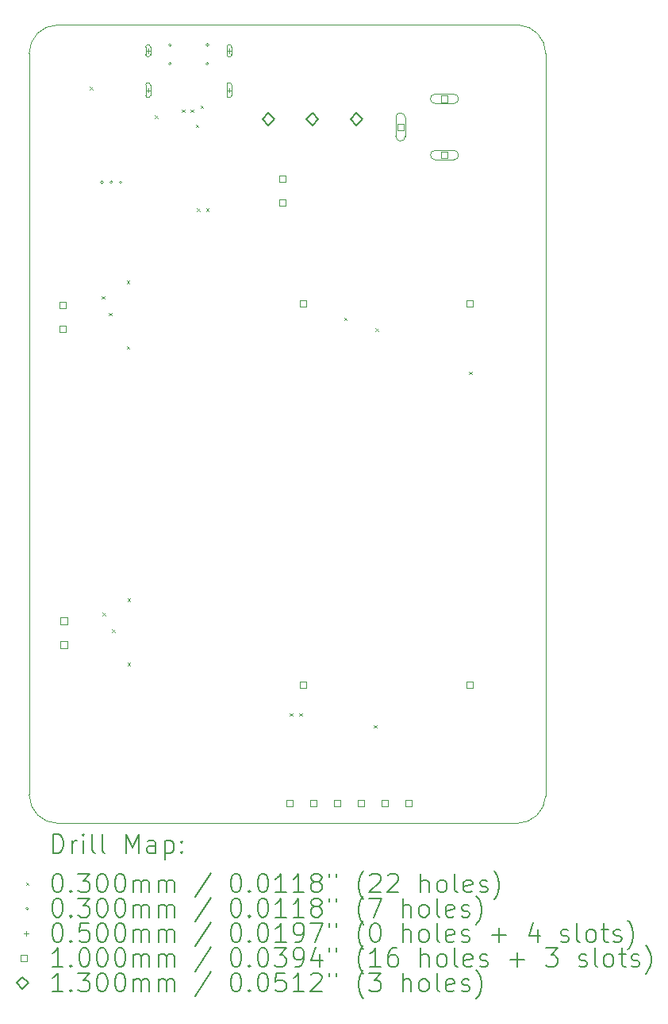
<source format=gbr>
%TF.GenerationSoftware,KiCad,Pcbnew,9.0.2*%
%TF.CreationDate,2025-05-13T17:31:34+02:00*%
%TF.ProjectId,CCFL2LED,4343464c-324c-4454-942e-6b696361645f,rev?*%
%TF.SameCoordinates,Original*%
%TF.FileFunction,Drillmap*%
%TF.FilePolarity,Positive*%
%FSLAX45Y45*%
G04 Gerber Fmt 4.5, Leading zero omitted, Abs format (unit mm)*
G04 Created by KiCad (PCBNEW 9.0.2) date 2025-05-13 17:31:34*
%MOMM*%
%LPD*%
G01*
G04 APERTURE LIST*
%ADD10C,0.100000*%
%ADD11C,0.200000*%
%ADD12C,0.130000*%
G04 APERTURE END LIST*
D10*
X9499865Y-3302000D02*
X9499865Y-11214100D01*
X3987800Y-3302000D02*
G75*
G02*
X4292600Y-2997200I304800J0D01*
G01*
X4292600Y-2997200D02*
X9207500Y-2997200D01*
X3987800Y-11201400D02*
X3987800Y-3302000D01*
X9207500Y-2997200D02*
G75*
G02*
X9499865Y-3302000I-12700J-304800D01*
G01*
X9194800Y-11506200D02*
X4292600Y-11506200D01*
X4292600Y-11506200D02*
G75*
G02*
X3987800Y-11201400I0J304800D01*
G01*
X9499865Y-11214100D02*
G75*
G02*
X9194800Y-11506729I-305065J12700D01*
G01*
D11*
D10*
X4633200Y-3655300D02*
X4663200Y-3685300D01*
X4663200Y-3655300D02*
X4633200Y-3685300D01*
X4761400Y-5887250D02*
X4791400Y-5917250D01*
X4791400Y-5887250D02*
X4761400Y-5917250D01*
X4771300Y-9263500D02*
X4801300Y-9293500D01*
X4801300Y-9263500D02*
X4771300Y-9293500D01*
X4837600Y-6065050D02*
X4867600Y-6095050D01*
X4867600Y-6065050D02*
X4837600Y-6095050D01*
X4872900Y-9441300D02*
X4902900Y-9471300D01*
X4902900Y-9441300D02*
X4872900Y-9471300D01*
X5028100Y-5722400D02*
X5058100Y-5752400D01*
X5058100Y-5722400D02*
X5028100Y-5752400D01*
X5028100Y-6420900D02*
X5058100Y-6450900D01*
X5058100Y-6420900D02*
X5028100Y-6450900D01*
X5038000Y-9111100D02*
X5068000Y-9141100D01*
X5068000Y-9111100D02*
X5038000Y-9141100D01*
X5038000Y-9797150D02*
X5068000Y-9827150D01*
X5068000Y-9797150D02*
X5038000Y-9827150D01*
X5331700Y-3960100D02*
X5361700Y-3990100D01*
X5361700Y-3960100D02*
X5331700Y-3990100D01*
X5617700Y-3896600D02*
X5647700Y-3926600D01*
X5647700Y-3896600D02*
X5617700Y-3926600D01*
X5712700Y-3896600D02*
X5742700Y-3926600D01*
X5742700Y-3896600D02*
X5712700Y-3926600D01*
X5764802Y-4060397D02*
X5794802Y-4090397D01*
X5794802Y-4060397D02*
X5764802Y-4090397D01*
X5780300Y-4950700D02*
X5810300Y-4980700D01*
X5810300Y-4950700D02*
X5780300Y-4980700D01*
X5814400Y-3856300D02*
X5844400Y-3886300D01*
X5844400Y-3856300D02*
X5814400Y-3886300D01*
X5875300Y-4950700D02*
X5905300Y-4980700D01*
X5905300Y-4950700D02*
X5875300Y-4980700D01*
X6766800Y-10333150D02*
X6796800Y-10363150D01*
X6796800Y-10333150D02*
X6766800Y-10363150D01*
X6868400Y-10333150D02*
X6898400Y-10363150D01*
X6898400Y-10333150D02*
X6868400Y-10363150D01*
X7348460Y-6116560D02*
X7378460Y-6146560D01*
X7378460Y-6116560D02*
X7348460Y-6146560D01*
X7668500Y-10460400D02*
X7698500Y-10490400D01*
X7698500Y-10460400D02*
X7668500Y-10490400D01*
X7683400Y-6229050D02*
X7713400Y-6259050D01*
X7713400Y-6229050D02*
X7683400Y-6259050D01*
X8684500Y-6690600D02*
X8714500Y-6720600D01*
X8714500Y-6690600D02*
X8684500Y-6720600D01*
X4778900Y-4673600D02*
G75*
G02*
X4748900Y-4673600I-15000J0D01*
G01*
X4748900Y-4673600D02*
G75*
G02*
X4778900Y-4673600I15000J0D01*
G01*
X4878900Y-4673600D02*
G75*
G02*
X4848900Y-4673600I-15000J0D01*
G01*
X4848900Y-4673600D02*
G75*
G02*
X4878900Y-4673600I15000J0D01*
G01*
X4978900Y-4673600D02*
G75*
G02*
X4948900Y-4673600I-15000J0D01*
G01*
X4948900Y-4673600D02*
G75*
G02*
X4978900Y-4673600I15000J0D01*
G01*
X5504400Y-3211100D02*
G75*
G02*
X5474400Y-3211100I-15000J0D01*
G01*
X5474400Y-3211100D02*
G75*
G02*
X5504400Y-3211100I15000J0D01*
G01*
X5504400Y-3411100D02*
G75*
G02*
X5474400Y-3411100I-15000J0D01*
G01*
X5474400Y-3411100D02*
G75*
G02*
X5504400Y-3411100I15000J0D01*
G01*
X5904400Y-3211100D02*
G75*
G02*
X5874400Y-3211100I-15000J0D01*
G01*
X5874400Y-3211100D02*
G75*
G02*
X5904400Y-3211100I15000J0D01*
G01*
X5904400Y-3411100D02*
G75*
G02*
X5874400Y-3411100I-15000J0D01*
G01*
X5874400Y-3411100D02*
G75*
G02*
X5904400Y-3411100I15000J0D01*
G01*
X5256400Y-3248100D02*
X5256400Y-3298100D01*
X5231400Y-3273100D02*
X5281400Y-3273100D01*
X5281400Y-3313100D02*
X5281400Y-3233100D01*
X5231400Y-3233100D02*
G75*
G02*
X5281400Y-3233100I25000J0D01*
G01*
X5231400Y-3233100D02*
X5231400Y-3313100D01*
X5231400Y-3313100D02*
G75*
G03*
X5281400Y-3313100I25000J0D01*
G01*
X5256400Y-3668100D02*
X5256400Y-3718100D01*
X5231400Y-3693100D02*
X5281400Y-3693100D01*
X5281400Y-3748100D02*
X5281400Y-3638100D01*
X5231400Y-3638100D02*
G75*
G02*
X5281400Y-3638100I25000J0D01*
G01*
X5231400Y-3638100D02*
X5231400Y-3748100D01*
X5231400Y-3748100D02*
G75*
G03*
X5281400Y-3748100I25000J0D01*
G01*
X6122400Y-3248100D02*
X6122400Y-3298100D01*
X6097400Y-3273100D02*
X6147400Y-3273100D01*
X6147400Y-3313100D02*
X6147400Y-3233100D01*
X6097400Y-3233100D02*
G75*
G02*
X6147400Y-3233100I25000J0D01*
G01*
X6097400Y-3233100D02*
X6097400Y-3313100D01*
X6097400Y-3313100D02*
G75*
G03*
X6147400Y-3313100I25000J0D01*
G01*
X6122400Y-3668100D02*
X6122400Y-3718100D01*
X6097400Y-3693100D02*
X6147400Y-3693100D01*
X6147400Y-3748100D02*
X6147400Y-3638100D01*
X6097400Y-3638100D02*
G75*
G02*
X6147400Y-3638100I25000J0D01*
G01*
X6097400Y-3638100D02*
X6097400Y-3748100D01*
X6097400Y-3748100D02*
G75*
G03*
X6147400Y-3748100I25000J0D01*
G01*
X4381256Y-6016056D02*
X4381256Y-5945344D01*
X4310544Y-5945344D01*
X4310544Y-6016056D01*
X4381256Y-6016056D01*
X4381256Y-6270056D02*
X4381256Y-6199344D01*
X4310544Y-6199344D01*
X4310544Y-6270056D01*
X4381256Y-6270056D01*
X4393956Y-9384556D02*
X4393956Y-9313844D01*
X4323244Y-9313844D01*
X4323244Y-9384556D01*
X4393956Y-9384556D01*
X4393956Y-9638556D02*
X4393956Y-9567844D01*
X4323244Y-9567844D01*
X4323244Y-9638556D01*
X4393956Y-9638556D01*
X6728256Y-4670856D02*
X6728256Y-4600144D01*
X6657544Y-4600144D01*
X6657544Y-4670856D01*
X6728256Y-4670856D01*
X6728256Y-4924856D02*
X6728256Y-4854144D01*
X6657544Y-4854144D01*
X6657544Y-4924856D01*
X6728256Y-4924856D01*
X6804456Y-11325406D02*
X6804456Y-11254694D01*
X6733744Y-11254694D01*
X6733744Y-11325406D01*
X6804456Y-11325406D01*
X6944156Y-6004106D02*
X6944156Y-5933394D01*
X6873444Y-5933394D01*
X6873444Y-6004106D01*
X6944156Y-6004106D01*
X6944156Y-10068106D02*
X6944156Y-9997394D01*
X6873444Y-9997394D01*
X6873444Y-10068106D01*
X6944156Y-10068106D01*
X7058456Y-11325406D02*
X7058456Y-11254694D01*
X6987744Y-11254694D01*
X6987744Y-11325406D01*
X7058456Y-11325406D01*
X7312456Y-11325406D02*
X7312456Y-11254694D01*
X7241744Y-11254694D01*
X7241744Y-11325406D01*
X7312456Y-11325406D01*
X7566456Y-11325406D02*
X7566456Y-11254694D01*
X7495744Y-11254694D01*
X7495744Y-11325406D01*
X7566456Y-11325406D01*
X7820456Y-11325406D02*
X7820456Y-11254694D01*
X7749744Y-11254694D01*
X7749744Y-11325406D01*
X7820456Y-11325406D01*
X7985456Y-4119956D02*
X7985456Y-4049244D01*
X7914744Y-4049244D01*
X7914744Y-4119956D01*
X7985456Y-4119956D01*
X7900100Y-3984600D02*
X7900100Y-4184600D01*
X8000100Y-4184600D02*
G75*
G02*
X7900100Y-4184600I-50000J0D01*
G01*
X8000100Y-4184600D02*
X8000100Y-3984600D01*
X8000100Y-3984600D02*
G75*
G03*
X7900100Y-3984600I-50000J0D01*
G01*
X8074456Y-11325406D02*
X8074456Y-11254694D01*
X8003744Y-11254694D01*
X8003744Y-11325406D01*
X8074456Y-11325406D01*
X8455456Y-3819956D02*
X8455456Y-3749244D01*
X8384744Y-3749244D01*
X8384744Y-3819956D01*
X8455456Y-3819956D01*
X8520100Y-3734600D02*
X8320100Y-3734600D01*
X8320100Y-3834600D02*
G75*
G02*
X8320100Y-3734600I0J50000D01*
G01*
X8320100Y-3834600D02*
X8520100Y-3834600D01*
X8520100Y-3834600D02*
G75*
G03*
X8520100Y-3734600I0J50000D01*
G01*
X8455456Y-4419956D02*
X8455456Y-4349244D01*
X8384744Y-4349244D01*
X8384744Y-4419956D01*
X8455456Y-4419956D01*
X8520100Y-4334600D02*
X8320100Y-4334600D01*
X8320100Y-4434600D02*
G75*
G02*
X8320100Y-4334600I0J50000D01*
G01*
X8320100Y-4434600D02*
X8520100Y-4434600D01*
X8520100Y-4434600D02*
G75*
G03*
X8520100Y-4334600I0J50000D01*
G01*
X8722156Y-6004106D02*
X8722156Y-5933394D01*
X8651444Y-5933394D01*
X8651444Y-6004106D01*
X8722156Y-6004106D01*
X8722156Y-10068106D02*
X8722156Y-9997394D01*
X8651444Y-9997394D01*
X8651444Y-10068106D01*
X8722156Y-10068106D01*
D12*
X6540400Y-4065500D02*
X6605400Y-4000500D01*
X6540400Y-3935500D01*
X6475400Y-4000500D01*
X6540400Y-4065500D01*
X7010400Y-4065500D02*
X7075400Y-4000500D01*
X7010400Y-3935500D01*
X6945400Y-4000500D01*
X7010400Y-4065500D01*
X7480400Y-4065500D02*
X7545400Y-4000500D01*
X7480400Y-3935500D01*
X7415400Y-4000500D01*
X7480400Y-4065500D01*
D11*
X4243577Y-11823212D02*
X4243577Y-11623212D01*
X4243577Y-11623212D02*
X4291196Y-11623212D01*
X4291196Y-11623212D02*
X4319767Y-11632736D01*
X4319767Y-11632736D02*
X4338815Y-11651784D01*
X4338815Y-11651784D02*
X4348339Y-11670831D01*
X4348339Y-11670831D02*
X4357863Y-11708927D01*
X4357863Y-11708927D02*
X4357863Y-11737498D01*
X4357863Y-11737498D02*
X4348339Y-11775593D01*
X4348339Y-11775593D02*
X4338815Y-11794641D01*
X4338815Y-11794641D02*
X4319767Y-11813689D01*
X4319767Y-11813689D02*
X4291196Y-11823212D01*
X4291196Y-11823212D02*
X4243577Y-11823212D01*
X4443577Y-11823212D02*
X4443577Y-11689879D01*
X4443577Y-11727974D02*
X4453101Y-11708927D01*
X4453101Y-11708927D02*
X4462624Y-11699403D01*
X4462624Y-11699403D02*
X4481672Y-11689879D01*
X4481672Y-11689879D02*
X4500720Y-11689879D01*
X4567386Y-11823212D02*
X4567386Y-11689879D01*
X4567386Y-11623212D02*
X4557863Y-11632736D01*
X4557863Y-11632736D02*
X4567386Y-11642260D01*
X4567386Y-11642260D02*
X4576910Y-11632736D01*
X4576910Y-11632736D02*
X4567386Y-11623212D01*
X4567386Y-11623212D02*
X4567386Y-11642260D01*
X4691196Y-11823212D02*
X4672148Y-11813689D01*
X4672148Y-11813689D02*
X4662624Y-11794641D01*
X4662624Y-11794641D02*
X4662624Y-11623212D01*
X4795958Y-11823212D02*
X4776910Y-11813689D01*
X4776910Y-11813689D02*
X4767386Y-11794641D01*
X4767386Y-11794641D02*
X4767386Y-11623212D01*
X5024529Y-11823212D02*
X5024529Y-11623212D01*
X5024529Y-11623212D02*
X5091196Y-11766070D01*
X5091196Y-11766070D02*
X5157863Y-11623212D01*
X5157863Y-11623212D02*
X5157863Y-11823212D01*
X5338815Y-11823212D02*
X5338815Y-11718451D01*
X5338815Y-11718451D02*
X5329291Y-11699403D01*
X5329291Y-11699403D02*
X5310244Y-11689879D01*
X5310244Y-11689879D02*
X5272148Y-11689879D01*
X5272148Y-11689879D02*
X5253101Y-11699403D01*
X5338815Y-11813689D02*
X5319767Y-11823212D01*
X5319767Y-11823212D02*
X5272148Y-11823212D01*
X5272148Y-11823212D02*
X5253101Y-11813689D01*
X5253101Y-11813689D02*
X5243577Y-11794641D01*
X5243577Y-11794641D02*
X5243577Y-11775593D01*
X5243577Y-11775593D02*
X5253101Y-11756546D01*
X5253101Y-11756546D02*
X5272148Y-11747022D01*
X5272148Y-11747022D02*
X5319767Y-11747022D01*
X5319767Y-11747022D02*
X5338815Y-11737498D01*
X5434053Y-11689879D02*
X5434053Y-11889879D01*
X5434053Y-11699403D02*
X5453101Y-11689879D01*
X5453101Y-11689879D02*
X5491196Y-11689879D01*
X5491196Y-11689879D02*
X5510244Y-11699403D01*
X5510244Y-11699403D02*
X5519767Y-11708927D01*
X5519767Y-11708927D02*
X5529291Y-11727974D01*
X5529291Y-11727974D02*
X5529291Y-11785117D01*
X5529291Y-11785117D02*
X5519767Y-11804165D01*
X5519767Y-11804165D02*
X5510244Y-11813689D01*
X5510244Y-11813689D02*
X5491196Y-11823212D01*
X5491196Y-11823212D02*
X5453101Y-11823212D01*
X5453101Y-11823212D02*
X5434053Y-11813689D01*
X5615005Y-11804165D02*
X5624529Y-11813689D01*
X5624529Y-11813689D02*
X5615005Y-11823212D01*
X5615005Y-11823212D02*
X5605482Y-11813689D01*
X5605482Y-11813689D02*
X5615005Y-11804165D01*
X5615005Y-11804165D02*
X5615005Y-11823212D01*
X5615005Y-11699403D02*
X5624529Y-11708927D01*
X5624529Y-11708927D02*
X5615005Y-11718451D01*
X5615005Y-11718451D02*
X5605482Y-11708927D01*
X5605482Y-11708927D02*
X5615005Y-11699403D01*
X5615005Y-11699403D02*
X5615005Y-11718451D01*
D10*
X3952800Y-12136729D02*
X3982800Y-12166729D01*
X3982800Y-12136729D02*
X3952800Y-12166729D01*
D11*
X4281672Y-12043212D02*
X4300720Y-12043212D01*
X4300720Y-12043212D02*
X4319767Y-12052736D01*
X4319767Y-12052736D02*
X4329291Y-12062260D01*
X4329291Y-12062260D02*
X4338815Y-12081308D01*
X4338815Y-12081308D02*
X4348339Y-12119403D01*
X4348339Y-12119403D02*
X4348339Y-12167022D01*
X4348339Y-12167022D02*
X4338815Y-12205117D01*
X4338815Y-12205117D02*
X4329291Y-12224165D01*
X4329291Y-12224165D02*
X4319767Y-12233689D01*
X4319767Y-12233689D02*
X4300720Y-12243212D01*
X4300720Y-12243212D02*
X4281672Y-12243212D01*
X4281672Y-12243212D02*
X4262624Y-12233689D01*
X4262624Y-12233689D02*
X4253101Y-12224165D01*
X4253101Y-12224165D02*
X4243577Y-12205117D01*
X4243577Y-12205117D02*
X4234053Y-12167022D01*
X4234053Y-12167022D02*
X4234053Y-12119403D01*
X4234053Y-12119403D02*
X4243577Y-12081308D01*
X4243577Y-12081308D02*
X4253101Y-12062260D01*
X4253101Y-12062260D02*
X4262624Y-12052736D01*
X4262624Y-12052736D02*
X4281672Y-12043212D01*
X4434053Y-12224165D02*
X4443577Y-12233689D01*
X4443577Y-12233689D02*
X4434053Y-12243212D01*
X4434053Y-12243212D02*
X4424529Y-12233689D01*
X4424529Y-12233689D02*
X4434053Y-12224165D01*
X4434053Y-12224165D02*
X4434053Y-12243212D01*
X4510244Y-12043212D02*
X4634053Y-12043212D01*
X4634053Y-12043212D02*
X4567386Y-12119403D01*
X4567386Y-12119403D02*
X4595958Y-12119403D01*
X4595958Y-12119403D02*
X4615005Y-12128927D01*
X4615005Y-12128927D02*
X4624529Y-12138451D01*
X4624529Y-12138451D02*
X4634053Y-12157498D01*
X4634053Y-12157498D02*
X4634053Y-12205117D01*
X4634053Y-12205117D02*
X4624529Y-12224165D01*
X4624529Y-12224165D02*
X4615005Y-12233689D01*
X4615005Y-12233689D02*
X4595958Y-12243212D01*
X4595958Y-12243212D02*
X4538815Y-12243212D01*
X4538815Y-12243212D02*
X4519767Y-12233689D01*
X4519767Y-12233689D02*
X4510244Y-12224165D01*
X4757863Y-12043212D02*
X4776910Y-12043212D01*
X4776910Y-12043212D02*
X4795958Y-12052736D01*
X4795958Y-12052736D02*
X4805482Y-12062260D01*
X4805482Y-12062260D02*
X4815005Y-12081308D01*
X4815005Y-12081308D02*
X4824529Y-12119403D01*
X4824529Y-12119403D02*
X4824529Y-12167022D01*
X4824529Y-12167022D02*
X4815005Y-12205117D01*
X4815005Y-12205117D02*
X4805482Y-12224165D01*
X4805482Y-12224165D02*
X4795958Y-12233689D01*
X4795958Y-12233689D02*
X4776910Y-12243212D01*
X4776910Y-12243212D02*
X4757863Y-12243212D01*
X4757863Y-12243212D02*
X4738815Y-12233689D01*
X4738815Y-12233689D02*
X4729291Y-12224165D01*
X4729291Y-12224165D02*
X4719767Y-12205117D01*
X4719767Y-12205117D02*
X4710244Y-12167022D01*
X4710244Y-12167022D02*
X4710244Y-12119403D01*
X4710244Y-12119403D02*
X4719767Y-12081308D01*
X4719767Y-12081308D02*
X4729291Y-12062260D01*
X4729291Y-12062260D02*
X4738815Y-12052736D01*
X4738815Y-12052736D02*
X4757863Y-12043212D01*
X4948339Y-12043212D02*
X4967386Y-12043212D01*
X4967386Y-12043212D02*
X4986434Y-12052736D01*
X4986434Y-12052736D02*
X4995958Y-12062260D01*
X4995958Y-12062260D02*
X5005482Y-12081308D01*
X5005482Y-12081308D02*
X5015005Y-12119403D01*
X5015005Y-12119403D02*
X5015005Y-12167022D01*
X5015005Y-12167022D02*
X5005482Y-12205117D01*
X5005482Y-12205117D02*
X4995958Y-12224165D01*
X4995958Y-12224165D02*
X4986434Y-12233689D01*
X4986434Y-12233689D02*
X4967386Y-12243212D01*
X4967386Y-12243212D02*
X4948339Y-12243212D01*
X4948339Y-12243212D02*
X4929291Y-12233689D01*
X4929291Y-12233689D02*
X4919767Y-12224165D01*
X4919767Y-12224165D02*
X4910244Y-12205117D01*
X4910244Y-12205117D02*
X4900720Y-12167022D01*
X4900720Y-12167022D02*
X4900720Y-12119403D01*
X4900720Y-12119403D02*
X4910244Y-12081308D01*
X4910244Y-12081308D02*
X4919767Y-12062260D01*
X4919767Y-12062260D02*
X4929291Y-12052736D01*
X4929291Y-12052736D02*
X4948339Y-12043212D01*
X5100720Y-12243212D02*
X5100720Y-12109879D01*
X5100720Y-12128927D02*
X5110244Y-12119403D01*
X5110244Y-12119403D02*
X5129291Y-12109879D01*
X5129291Y-12109879D02*
X5157863Y-12109879D01*
X5157863Y-12109879D02*
X5176910Y-12119403D01*
X5176910Y-12119403D02*
X5186434Y-12138451D01*
X5186434Y-12138451D02*
X5186434Y-12243212D01*
X5186434Y-12138451D02*
X5195958Y-12119403D01*
X5195958Y-12119403D02*
X5215005Y-12109879D01*
X5215005Y-12109879D02*
X5243577Y-12109879D01*
X5243577Y-12109879D02*
X5262625Y-12119403D01*
X5262625Y-12119403D02*
X5272148Y-12138451D01*
X5272148Y-12138451D02*
X5272148Y-12243212D01*
X5367386Y-12243212D02*
X5367386Y-12109879D01*
X5367386Y-12128927D02*
X5376910Y-12119403D01*
X5376910Y-12119403D02*
X5395958Y-12109879D01*
X5395958Y-12109879D02*
X5424529Y-12109879D01*
X5424529Y-12109879D02*
X5443577Y-12119403D01*
X5443577Y-12119403D02*
X5453101Y-12138451D01*
X5453101Y-12138451D02*
X5453101Y-12243212D01*
X5453101Y-12138451D02*
X5462625Y-12119403D01*
X5462625Y-12119403D02*
X5481672Y-12109879D01*
X5481672Y-12109879D02*
X5510244Y-12109879D01*
X5510244Y-12109879D02*
X5529291Y-12119403D01*
X5529291Y-12119403D02*
X5538815Y-12138451D01*
X5538815Y-12138451D02*
X5538815Y-12243212D01*
X5929291Y-12033689D02*
X5757863Y-12290831D01*
X6186434Y-12043212D02*
X6205482Y-12043212D01*
X6205482Y-12043212D02*
X6224529Y-12052736D01*
X6224529Y-12052736D02*
X6234053Y-12062260D01*
X6234053Y-12062260D02*
X6243577Y-12081308D01*
X6243577Y-12081308D02*
X6253101Y-12119403D01*
X6253101Y-12119403D02*
X6253101Y-12167022D01*
X6253101Y-12167022D02*
X6243577Y-12205117D01*
X6243577Y-12205117D02*
X6234053Y-12224165D01*
X6234053Y-12224165D02*
X6224529Y-12233689D01*
X6224529Y-12233689D02*
X6205482Y-12243212D01*
X6205482Y-12243212D02*
X6186434Y-12243212D01*
X6186434Y-12243212D02*
X6167386Y-12233689D01*
X6167386Y-12233689D02*
X6157863Y-12224165D01*
X6157863Y-12224165D02*
X6148339Y-12205117D01*
X6148339Y-12205117D02*
X6138815Y-12167022D01*
X6138815Y-12167022D02*
X6138815Y-12119403D01*
X6138815Y-12119403D02*
X6148339Y-12081308D01*
X6148339Y-12081308D02*
X6157863Y-12062260D01*
X6157863Y-12062260D02*
X6167386Y-12052736D01*
X6167386Y-12052736D02*
X6186434Y-12043212D01*
X6338815Y-12224165D02*
X6348339Y-12233689D01*
X6348339Y-12233689D02*
X6338815Y-12243212D01*
X6338815Y-12243212D02*
X6329291Y-12233689D01*
X6329291Y-12233689D02*
X6338815Y-12224165D01*
X6338815Y-12224165D02*
X6338815Y-12243212D01*
X6472148Y-12043212D02*
X6491196Y-12043212D01*
X6491196Y-12043212D02*
X6510244Y-12052736D01*
X6510244Y-12052736D02*
X6519767Y-12062260D01*
X6519767Y-12062260D02*
X6529291Y-12081308D01*
X6529291Y-12081308D02*
X6538815Y-12119403D01*
X6538815Y-12119403D02*
X6538815Y-12167022D01*
X6538815Y-12167022D02*
X6529291Y-12205117D01*
X6529291Y-12205117D02*
X6519767Y-12224165D01*
X6519767Y-12224165D02*
X6510244Y-12233689D01*
X6510244Y-12233689D02*
X6491196Y-12243212D01*
X6491196Y-12243212D02*
X6472148Y-12243212D01*
X6472148Y-12243212D02*
X6453101Y-12233689D01*
X6453101Y-12233689D02*
X6443577Y-12224165D01*
X6443577Y-12224165D02*
X6434053Y-12205117D01*
X6434053Y-12205117D02*
X6424529Y-12167022D01*
X6424529Y-12167022D02*
X6424529Y-12119403D01*
X6424529Y-12119403D02*
X6434053Y-12081308D01*
X6434053Y-12081308D02*
X6443577Y-12062260D01*
X6443577Y-12062260D02*
X6453101Y-12052736D01*
X6453101Y-12052736D02*
X6472148Y-12043212D01*
X6729291Y-12243212D02*
X6615006Y-12243212D01*
X6672148Y-12243212D02*
X6672148Y-12043212D01*
X6672148Y-12043212D02*
X6653101Y-12071784D01*
X6653101Y-12071784D02*
X6634053Y-12090831D01*
X6634053Y-12090831D02*
X6615006Y-12100355D01*
X6919767Y-12243212D02*
X6805482Y-12243212D01*
X6862625Y-12243212D02*
X6862625Y-12043212D01*
X6862625Y-12043212D02*
X6843577Y-12071784D01*
X6843577Y-12071784D02*
X6824529Y-12090831D01*
X6824529Y-12090831D02*
X6805482Y-12100355D01*
X7034053Y-12128927D02*
X7015006Y-12119403D01*
X7015006Y-12119403D02*
X7005482Y-12109879D01*
X7005482Y-12109879D02*
X6995958Y-12090831D01*
X6995958Y-12090831D02*
X6995958Y-12081308D01*
X6995958Y-12081308D02*
X7005482Y-12062260D01*
X7005482Y-12062260D02*
X7015006Y-12052736D01*
X7015006Y-12052736D02*
X7034053Y-12043212D01*
X7034053Y-12043212D02*
X7072148Y-12043212D01*
X7072148Y-12043212D02*
X7091196Y-12052736D01*
X7091196Y-12052736D02*
X7100720Y-12062260D01*
X7100720Y-12062260D02*
X7110244Y-12081308D01*
X7110244Y-12081308D02*
X7110244Y-12090831D01*
X7110244Y-12090831D02*
X7100720Y-12109879D01*
X7100720Y-12109879D02*
X7091196Y-12119403D01*
X7091196Y-12119403D02*
X7072148Y-12128927D01*
X7072148Y-12128927D02*
X7034053Y-12128927D01*
X7034053Y-12128927D02*
X7015006Y-12138451D01*
X7015006Y-12138451D02*
X7005482Y-12147974D01*
X7005482Y-12147974D02*
X6995958Y-12167022D01*
X6995958Y-12167022D02*
X6995958Y-12205117D01*
X6995958Y-12205117D02*
X7005482Y-12224165D01*
X7005482Y-12224165D02*
X7015006Y-12233689D01*
X7015006Y-12233689D02*
X7034053Y-12243212D01*
X7034053Y-12243212D02*
X7072148Y-12243212D01*
X7072148Y-12243212D02*
X7091196Y-12233689D01*
X7091196Y-12233689D02*
X7100720Y-12224165D01*
X7100720Y-12224165D02*
X7110244Y-12205117D01*
X7110244Y-12205117D02*
X7110244Y-12167022D01*
X7110244Y-12167022D02*
X7100720Y-12147974D01*
X7100720Y-12147974D02*
X7091196Y-12138451D01*
X7091196Y-12138451D02*
X7072148Y-12128927D01*
X7186434Y-12043212D02*
X7186434Y-12081308D01*
X7262625Y-12043212D02*
X7262625Y-12081308D01*
X7557863Y-12319403D02*
X7548339Y-12309879D01*
X7548339Y-12309879D02*
X7529291Y-12281308D01*
X7529291Y-12281308D02*
X7519768Y-12262260D01*
X7519768Y-12262260D02*
X7510244Y-12233689D01*
X7510244Y-12233689D02*
X7500720Y-12186070D01*
X7500720Y-12186070D02*
X7500720Y-12147974D01*
X7500720Y-12147974D02*
X7510244Y-12100355D01*
X7510244Y-12100355D02*
X7519768Y-12071784D01*
X7519768Y-12071784D02*
X7529291Y-12052736D01*
X7529291Y-12052736D02*
X7548339Y-12024165D01*
X7548339Y-12024165D02*
X7557863Y-12014641D01*
X7624529Y-12062260D02*
X7634053Y-12052736D01*
X7634053Y-12052736D02*
X7653101Y-12043212D01*
X7653101Y-12043212D02*
X7700720Y-12043212D01*
X7700720Y-12043212D02*
X7719768Y-12052736D01*
X7719768Y-12052736D02*
X7729291Y-12062260D01*
X7729291Y-12062260D02*
X7738815Y-12081308D01*
X7738815Y-12081308D02*
X7738815Y-12100355D01*
X7738815Y-12100355D02*
X7729291Y-12128927D01*
X7729291Y-12128927D02*
X7615006Y-12243212D01*
X7615006Y-12243212D02*
X7738815Y-12243212D01*
X7815006Y-12062260D02*
X7824529Y-12052736D01*
X7824529Y-12052736D02*
X7843577Y-12043212D01*
X7843577Y-12043212D02*
X7891196Y-12043212D01*
X7891196Y-12043212D02*
X7910244Y-12052736D01*
X7910244Y-12052736D02*
X7919768Y-12062260D01*
X7919768Y-12062260D02*
X7929291Y-12081308D01*
X7929291Y-12081308D02*
X7929291Y-12100355D01*
X7929291Y-12100355D02*
X7919768Y-12128927D01*
X7919768Y-12128927D02*
X7805482Y-12243212D01*
X7805482Y-12243212D02*
X7929291Y-12243212D01*
X8167387Y-12243212D02*
X8167387Y-12043212D01*
X8253101Y-12243212D02*
X8253101Y-12138451D01*
X8253101Y-12138451D02*
X8243577Y-12119403D01*
X8243577Y-12119403D02*
X8224530Y-12109879D01*
X8224530Y-12109879D02*
X8195958Y-12109879D01*
X8195958Y-12109879D02*
X8176910Y-12119403D01*
X8176910Y-12119403D02*
X8167387Y-12128927D01*
X8376910Y-12243212D02*
X8357863Y-12233689D01*
X8357863Y-12233689D02*
X8348339Y-12224165D01*
X8348339Y-12224165D02*
X8338815Y-12205117D01*
X8338815Y-12205117D02*
X8338815Y-12147974D01*
X8338815Y-12147974D02*
X8348339Y-12128927D01*
X8348339Y-12128927D02*
X8357863Y-12119403D01*
X8357863Y-12119403D02*
X8376910Y-12109879D01*
X8376910Y-12109879D02*
X8405482Y-12109879D01*
X8405482Y-12109879D02*
X8424530Y-12119403D01*
X8424530Y-12119403D02*
X8434053Y-12128927D01*
X8434053Y-12128927D02*
X8443577Y-12147974D01*
X8443577Y-12147974D02*
X8443577Y-12205117D01*
X8443577Y-12205117D02*
X8434053Y-12224165D01*
X8434053Y-12224165D02*
X8424530Y-12233689D01*
X8424530Y-12233689D02*
X8405482Y-12243212D01*
X8405482Y-12243212D02*
X8376910Y-12243212D01*
X8557863Y-12243212D02*
X8538815Y-12233689D01*
X8538815Y-12233689D02*
X8529292Y-12214641D01*
X8529292Y-12214641D02*
X8529292Y-12043212D01*
X8710244Y-12233689D02*
X8691196Y-12243212D01*
X8691196Y-12243212D02*
X8653101Y-12243212D01*
X8653101Y-12243212D02*
X8634053Y-12233689D01*
X8634053Y-12233689D02*
X8624530Y-12214641D01*
X8624530Y-12214641D02*
X8624530Y-12138451D01*
X8624530Y-12138451D02*
X8634053Y-12119403D01*
X8634053Y-12119403D02*
X8653101Y-12109879D01*
X8653101Y-12109879D02*
X8691196Y-12109879D01*
X8691196Y-12109879D02*
X8710244Y-12119403D01*
X8710244Y-12119403D02*
X8719768Y-12138451D01*
X8719768Y-12138451D02*
X8719768Y-12157498D01*
X8719768Y-12157498D02*
X8624530Y-12176546D01*
X8795958Y-12233689D02*
X8815006Y-12243212D01*
X8815006Y-12243212D02*
X8853101Y-12243212D01*
X8853101Y-12243212D02*
X8872149Y-12233689D01*
X8872149Y-12233689D02*
X8881673Y-12214641D01*
X8881673Y-12214641D02*
X8881673Y-12205117D01*
X8881673Y-12205117D02*
X8872149Y-12186070D01*
X8872149Y-12186070D02*
X8853101Y-12176546D01*
X8853101Y-12176546D02*
X8824530Y-12176546D01*
X8824530Y-12176546D02*
X8805482Y-12167022D01*
X8805482Y-12167022D02*
X8795958Y-12147974D01*
X8795958Y-12147974D02*
X8795958Y-12138451D01*
X8795958Y-12138451D02*
X8805482Y-12119403D01*
X8805482Y-12119403D02*
X8824530Y-12109879D01*
X8824530Y-12109879D02*
X8853101Y-12109879D01*
X8853101Y-12109879D02*
X8872149Y-12119403D01*
X8948339Y-12319403D02*
X8957863Y-12309879D01*
X8957863Y-12309879D02*
X8976911Y-12281308D01*
X8976911Y-12281308D02*
X8986434Y-12262260D01*
X8986434Y-12262260D02*
X8995958Y-12233689D01*
X8995958Y-12233689D02*
X9005482Y-12186070D01*
X9005482Y-12186070D02*
X9005482Y-12147974D01*
X9005482Y-12147974D02*
X8995958Y-12100355D01*
X8995958Y-12100355D02*
X8986434Y-12071784D01*
X8986434Y-12071784D02*
X8976911Y-12052736D01*
X8976911Y-12052736D02*
X8957863Y-12024165D01*
X8957863Y-12024165D02*
X8948339Y-12014641D01*
D10*
X3982800Y-12415729D02*
G75*
G02*
X3952800Y-12415729I-15000J0D01*
G01*
X3952800Y-12415729D02*
G75*
G02*
X3982800Y-12415729I15000J0D01*
G01*
D11*
X4281672Y-12307212D02*
X4300720Y-12307212D01*
X4300720Y-12307212D02*
X4319767Y-12316736D01*
X4319767Y-12316736D02*
X4329291Y-12326260D01*
X4329291Y-12326260D02*
X4338815Y-12345308D01*
X4338815Y-12345308D02*
X4348339Y-12383403D01*
X4348339Y-12383403D02*
X4348339Y-12431022D01*
X4348339Y-12431022D02*
X4338815Y-12469117D01*
X4338815Y-12469117D02*
X4329291Y-12488165D01*
X4329291Y-12488165D02*
X4319767Y-12497689D01*
X4319767Y-12497689D02*
X4300720Y-12507212D01*
X4300720Y-12507212D02*
X4281672Y-12507212D01*
X4281672Y-12507212D02*
X4262624Y-12497689D01*
X4262624Y-12497689D02*
X4253101Y-12488165D01*
X4253101Y-12488165D02*
X4243577Y-12469117D01*
X4243577Y-12469117D02*
X4234053Y-12431022D01*
X4234053Y-12431022D02*
X4234053Y-12383403D01*
X4234053Y-12383403D02*
X4243577Y-12345308D01*
X4243577Y-12345308D02*
X4253101Y-12326260D01*
X4253101Y-12326260D02*
X4262624Y-12316736D01*
X4262624Y-12316736D02*
X4281672Y-12307212D01*
X4434053Y-12488165D02*
X4443577Y-12497689D01*
X4443577Y-12497689D02*
X4434053Y-12507212D01*
X4434053Y-12507212D02*
X4424529Y-12497689D01*
X4424529Y-12497689D02*
X4434053Y-12488165D01*
X4434053Y-12488165D02*
X4434053Y-12507212D01*
X4510244Y-12307212D02*
X4634053Y-12307212D01*
X4634053Y-12307212D02*
X4567386Y-12383403D01*
X4567386Y-12383403D02*
X4595958Y-12383403D01*
X4595958Y-12383403D02*
X4615005Y-12392927D01*
X4615005Y-12392927D02*
X4624529Y-12402451D01*
X4624529Y-12402451D02*
X4634053Y-12421498D01*
X4634053Y-12421498D02*
X4634053Y-12469117D01*
X4634053Y-12469117D02*
X4624529Y-12488165D01*
X4624529Y-12488165D02*
X4615005Y-12497689D01*
X4615005Y-12497689D02*
X4595958Y-12507212D01*
X4595958Y-12507212D02*
X4538815Y-12507212D01*
X4538815Y-12507212D02*
X4519767Y-12497689D01*
X4519767Y-12497689D02*
X4510244Y-12488165D01*
X4757863Y-12307212D02*
X4776910Y-12307212D01*
X4776910Y-12307212D02*
X4795958Y-12316736D01*
X4795958Y-12316736D02*
X4805482Y-12326260D01*
X4805482Y-12326260D02*
X4815005Y-12345308D01*
X4815005Y-12345308D02*
X4824529Y-12383403D01*
X4824529Y-12383403D02*
X4824529Y-12431022D01*
X4824529Y-12431022D02*
X4815005Y-12469117D01*
X4815005Y-12469117D02*
X4805482Y-12488165D01*
X4805482Y-12488165D02*
X4795958Y-12497689D01*
X4795958Y-12497689D02*
X4776910Y-12507212D01*
X4776910Y-12507212D02*
X4757863Y-12507212D01*
X4757863Y-12507212D02*
X4738815Y-12497689D01*
X4738815Y-12497689D02*
X4729291Y-12488165D01*
X4729291Y-12488165D02*
X4719767Y-12469117D01*
X4719767Y-12469117D02*
X4710244Y-12431022D01*
X4710244Y-12431022D02*
X4710244Y-12383403D01*
X4710244Y-12383403D02*
X4719767Y-12345308D01*
X4719767Y-12345308D02*
X4729291Y-12326260D01*
X4729291Y-12326260D02*
X4738815Y-12316736D01*
X4738815Y-12316736D02*
X4757863Y-12307212D01*
X4948339Y-12307212D02*
X4967386Y-12307212D01*
X4967386Y-12307212D02*
X4986434Y-12316736D01*
X4986434Y-12316736D02*
X4995958Y-12326260D01*
X4995958Y-12326260D02*
X5005482Y-12345308D01*
X5005482Y-12345308D02*
X5015005Y-12383403D01*
X5015005Y-12383403D02*
X5015005Y-12431022D01*
X5015005Y-12431022D02*
X5005482Y-12469117D01*
X5005482Y-12469117D02*
X4995958Y-12488165D01*
X4995958Y-12488165D02*
X4986434Y-12497689D01*
X4986434Y-12497689D02*
X4967386Y-12507212D01*
X4967386Y-12507212D02*
X4948339Y-12507212D01*
X4948339Y-12507212D02*
X4929291Y-12497689D01*
X4929291Y-12497689D02*
X4919767Y-12488165D01*
X4919767Y-12488165D02*
X4910244Y-12469117D01*
X4910244Y-12469117D02*
X4900720Y-12431022D01*
X4900720Y-12431022D02*
X4900720Y-12383403D01*
X4900720Y-12383403D02*
X4910244Y-12345308D01*
X4910244Y-12345308D02*
X4919767Y-12326260D01*
X4919767Y-12326260D02*
X4929291Y-12316736D01*
X4929291Y-12316736D02*
X4948339Y-12307212D01*
X5100720Y-12507212D02*
X5100720Y-12373879D01*
X5100720Y-12392927D02*
X5110244Y-12383403D01*
X5110244Y-12383403D02*
X5129291Y-12373879D01*
X5129291Y-12373879D02*
X5157863Y-12373879D01*
X5157863Y-12373879D02*
X5176910Y-12383403D01*
X5176910Y-12383403D02*
X5186434Y-12402451D01*
X5186434Y-12402451D02*
X5186434Y-12507212D01*
X5186434Y-12402451D02*
X5195958Y-12383403D01*
X5195958Y-12383403D02*
X5215005Y-12373879D01*
X5215005Y-12373879D02*
X5243577Y-12373879D01*
X5243577Y-12373879D02*
X5262625Y-12383403D01*
X5262625Y-12383403D02*
X5272148Y-12402451D01*
X5272148Y-12402451D02*
X5272148Y-12507212D01*
X5367386Y-12507212D02*
X5367386Y-12373879D01*
X5367386Y-12392927D02*
X5376910Y-12383403D01*
X5376910Y-12383403D02*
X5395958Y-12373879D01*
X5395958Y-12373879D02*
X5424529Y-12373879D01*
X5424529Y-12373879D02*
X5443577Y-12383403D01*
X5443577Y-12383403D02*
X5453101Y-12402451D01*
X5453101Y-12402451D02*
X5453101Y-12507212D01*
X5453101Y-12402451D02*
X5462625Y-12383403D01*
X5462625Y-12383403D02*
X5481672Y-12373879D01*
X5481672Y-12373879D02*
X5510244Y-12373879D01*
X5510244Y-12373879D02*
X5529291Y-12383403D01*
X5529291Y-12383403D02*
X5538815Y-12402451D01*
X5538815Y-12402451D02*
X5538815Y-12507212D01*
X5929291Y-12297689D02*
X5757863Y-12554831D01*
X6186434Y-12307212D02*
X6205482Y-12307212D01*
X6205482Y-12307212D02*
X6224529Y-12316736D01*
X6224529Y-12316736D02*
X6234053Y-12326260D01*
X6234053Y-12326260D02*
X6243577Y-12345308D01*
X6243577Y-12345308D02*
X6253101Y-12383403D01*
X6253101Y-12383403D02*
X6253101Y-12431022D01*
X6253101Y-12431022D02*
X6243577Y-12469117D01*
X6243577Y-12469117D02*
X6234053Y-12488165D01*
X6234053Y-12488165D02*
X6224529Y-12497689D01*
X6224529Y-12497689D02*
X6205482Y-12507212D01*
X6205482Y-12507212D02*
X6186434Y-12507212D01*
X6186434Y-12507212D02*
X6167386Y-12497689D01*
X6167386Y-12497689D02*
X6157863Y-12488165D01*
X6157863Y-12488165D02*
X6148339Y-12469117D01*
X6148339Y-12469117D02*
X6138815Y-12431022D01*
X6138815Y-12431022D02*
X6138815Y-12383403D01*
X6138815Y-12383403D02*
X6148339Y-12345308D01*
X6148339Y-12345308D02*
X6157863Y-12326260D01*
X6157863Y-12326260D02*
X6167386Y-12316736D01*
X6167386Y-12316736D02*
X6186434Y-12307212D01*
X6338815Y-12488165D02*
X6348339Y-12497689D01*
X6348339Y-12497689D02*
X6338815Y-12507212D01*
X6338815Y-12507212D02*
X6329291Y-12497689D01*
X6329291Y-12497689D02*
X6338815Y-12488165D01*
X6338815Y-12488165D02*
X6338815Y-12507212D01*
X6472148Y-12307212D02*
X6491196Y-12307212D01*
X6491196Y-12307212D02*
X6510244Y-12316736D01*
X6510244Y-12316736D02*
X6519767Y-12326260D01*
X6519767Y-12326260D02*
X6529291Y-12345308D01*
X6529291Y-12345308D02*
X6538815Y-12383403D01*
X6538815Y-12383403D02*
X6538815Y-12431022D01*
X6538815Y-12431022D02*
X6529291Y-12469117D01*
X6529291Y-12469117D02*
X6519767Y-12488165D01*
X6519767Y-12488165D02*
X6510244Y-12497689D01*
X6510244Y-12497689D02*
X6491196Y-12507212D01*
X6491196Y-12507212D02*
X6472148Y-12507212D01*
X6472148Y-12507212D02*
X6453101Y-12497689D01*
X6453101Y-12497689D02*
X6443577Y-12488165D01*
X6443577Y-12488165D02*
X6434053Y-12469117D01*
X6434053Y-12469117D02*
X6424529Y-12431022D01*
X6424529Y-12431022D02*
X6424529Y-12383403D01*
X6424529Y-12383403D02*
X6434053Y-12345308D01*
X6434053Y-12345308D02*
X6443577Y-12326260D01*
X6443577Y-12326260D02*
X6453101Y-12316736D01*
X6453101Y-12316736D02*
X6472148Y-12307212D01*
X6729291Y-12507212D02*
X6615006Y-12507212D01*
X6672148Y-12507212D02*
X6672148Y-12307212D01*
X6672148Y-12307212D02*
X6653101Y-12335784D01*
X6653101Y-12335784D02*
X6634053Y-12354831D01*
X6634053Y-12354831D02*
X6615006Y-12364355D01*
X6919767Y-12507212D02*
X6805482Y-12507212D01*
X6862625Y-12507212D02*
X6862625Y-12307212D01*
X6862625Y-12307212D02*
X6843577Y-12335784D01*
X6843577Y-12335784D02*
X6824529Y-12354831D01*
X6824529Y-12354831D02*
X6805482Y-12364355D01*
X7034053Y-12392927D02*
X7015006Y-12383403D01*
X7015006Y-12383403D02*
X7005482Y-12373879D01*
X7005482Y-12373879D02*
X6995958Y-12354831D01*
X6995958Y-12354831D02*
X6995958Y-12345308D01*
X6995958Y-12345308D02*
X7005482Y-12326260D01*
X7005482Y-12326260D02*
X7015006Y-12316736D01*
X7015006Y-12316736D02*
X7034053Y-12307212D01*
X7034053Y-12307212D02*
X7072148Y-12307212D01*
X7072148Y-12307212D02*
X7091196Y-12316736D01*
X7091196Y-12316736D02*
X7100720Y-12326260D01*
X7100720Y-12326260D02*
X7110244Y-12345308D01*
X7110244Y-12345308D02*
X7110244Y-12354831D01*
X7110244Y-12354831D02*
X7100720Y-12373879D01*
X7100720Y-12373879D02*
X7091196Y-12383403D01*
X7091196Y-12383403D02*
X7072148Y-12392927D01*
X7072148Y-12392927D02*
X7034053Y-12392927D01*
X7034053Y-12392927D02*
X7015006Y-12402451D01*
X7015006Y-12402451D02*
X7005482Y-12411974D01*
X7005482Y-12411974D02*
X6995958Y-12431022D01*
X6995958Y-12431022D02*
X6995958Y-12469117D01*
X6995958Y-12469117D02*
X7005482Y-12488165D01*
X7005482Y-12488165D02*
X7015006Y-12497689D01*
X7015006Y-12497689D02*
X7034053Y-12507212D01*
X7034053Y-12507212D02*
X7072148Y-12507212D01*
X7072148Y-12507212D02*
X7091196Y-12497689D01*
X7091196Y-12497689D02*
X7100720Y-12488165D01*
X7100720Y-12488165D02*
X7110244Y-12469117D01*
X7110244Y-12469117D02*
X7110244Y-12431022D01*
X7110244Y-12431022D02*
X7100720Y-12411974D01*
X7100720Y-12411974D02*
X7091196Y-12402451D01*
X7091196Y-12402451D02*
X7072148Y-12392927D01*
X7186434Y-12307212D02*
X7186434Y-12345308D01*
X7262625Y-12307212D02*
X7262625Y-12345308D01*
X7557863Y-12583403D02*
X7548339Y-12573879D01*
X7548339Y-12573879D02*
X7529291Y-12545308D01*
X7529291Y-12545308D02*
X7519768Y-12526260D01*
X7519768Y-12526260D02*
X7510244Y-12497689D01*
X7510244Y-12497689D02*
X7500720Y-12450070D01*
X7500720Y-12450070D02*
X7500720Y-12411974D01*
X7500720Y-12411974D02*
X7510244Y-12364355D01*
X7510244Y-12364355D02*
X7519768Y-12335784D01*
X7519768Y-12335784D02*
X7529291Y-12316736D01*
X7529291Y-12316736D02*
X7548339Y-12288165D01*
X7548339Y-12288165D02*
X7557863Y-12278641D01*
X7615006Y-12307212D02*
X7748339Y-12307212D01*
X7748339Y-12307212D02*
X7662625Y-12507212D01*
X7976910Y-12507212D02*
X7976910Y-12307212D01*
X8062625Y-12507212D02*
X8062625Y-12402451D01*
X8062625Y-12402451D02*
X8053101Y-12383403D01*
X8053101Y-12383403D02*
X8034053Y-12373879D01*
X8034053Y-12373879D02*
X8005482Y-12373879D01*
X8005482Y-12373879D02*
X7986434Y-12383403D01*
X7986434Y-12383403D02*
X7976910Y-12392927D01*
X8186434Y-12507212D02*
X8167387Y-12497689D01*
X8167387Y-12497689D02*
X8157863Y-12488165D01*
X8157863Y-12488165D02*
X8148339Y-12469117D01*
X8148339Y-12469117D02*
X8148339Y-12411974D01*
X8148339Y-12411974D02*
X8157863Y-12392927D01*
X8157863Y-12392927D02*
X8167387Y-12383403D01*
X8167387Y-12383403D02*
X8186434Y-12373879D01*
X8186434Y-12373879D02*
X8215006Y-12373879D01*
X8215006Y-12373879D02*
X8234053Y-12383403D01*
X8234053Y-12383403D02*
X8243577Y-12392927D01*
X8243577Y-12392927D02*
X8253101Y-12411974D01*
X8253101Y-12411974D02*
X8253101Y-12469117D01*
X8253101Y-12469117D02*
X8243577Y-12488165D01*
X8243577Y-12488165D02*
X8234053Y-12497689D01*
X8234053Y-12497689D02*
X8215006Y-12507212D01*
X8215006Y-12507212D02*
X8186434Y-12507212D01*
X8367387Y-12507212D02*
X8348339Y-12497689D01*
X8348339Y-12497689D02*
X8338815Y-12478641D01*
X8338815Y-12478641D02*
X8338815Y-12307212D01*
X8519768Y-12497689D02*
X8500720Y-12507212D01*
X8500720Y-12507212D02*
X8462625Y-12507212D01*
X8462625Y-12507212D02*
X8443577Y-12497689D01*
X8443577Y-12497689D02*
X8434053Y-12478641D01*
X8434053Y-12478641D02*
X8434053Y-12402451D01*
X8434053Y-12402451D02*
X8443577Y-12383403D01*
X8443577Y-12383403D02*
X8462625Y-12373879D01*
X8462625Y-12373879D02*
X8500720Y-12373879D01*
X8500720Y-12373879D02*
X8519768Y-12383403D01*
X8519768Y-12383403D02*
X8529292Y-12402451D01*
X8529292Y-12402451D02*
X8529292Y-12421498D01*
X8529292Y-12421498D02*
X8434053Y-12440546D01*
X8605482Y-12497689D02*
X8624530Y-12507212D01*
X8624530Y-12507212D02*
X8662625Y-12507212D01*
X8662625Y-12507212D02*
X8681673Y-12497689D01*
X8681673Y-12497689D02*
X8691196Y-12478641D01*
X8691196Y-12478641D02*
X8691196Y-12469117D01*
X8691196Y-12469117D02*
X8681673Y-12450070D01*
X8681673Y-12450070D02*
X8662625Y-12440546D01*
X8662625Y-12440546D02*
X8634053Y-12440546D01*
X8634053Y-12440546D02*
X8615006Y-12431022D01*
X8615006Y-12431022D02*
X8605482Y-12411974D01*
X8605482Y-12411974D02*
X8605482Y-12402451D01*
X8605482Y-12402451D02*
X8615006Y-12383403D01*
X8615006Y-12383403D02*
X8634053Y-12373879D01*
X8634053Y-12373879D02*
X8662625Y-12373879D01*
X8662625Y-12373879D02*
X8681673Y-12383403D01*
X8757863Y-12583403D02*
X8767387Y-12573879D01*
X8767387Y-12573879D02*
X8786434Y-12545308D01*
X8786434Y-12545308D02*
X8795958Y-12526260D01*
X8795958Y-12526260D02*
X8805482Y-12497689D01*
X8805482Y-12497689D02*
X8815006Y-12450070D01*
X8815006Y-12450070D02*
X8815006Y-12411974D01*
X8815006Y-12411974D02*
X8805482Y-12364355D01*
X8805482Y-12364355D02*
X8795958Y-12335784D01*
X8795958Y-12335784D02*
X8786434Y-12316736D01*
X8786434Y-12316736D02*
X8767387Y-12288165D01*
X8767387Y-12288165D02*
X8757863Y-12278641D01*
D10*
X3957800Y-12654729D02*
X3957800Y-12704729D01*
X3932800Y-12679729D02*
X3982800Y-12679729D01*
D11*
X4281672Y-12571212D02*
X4300720Y-12571212D01*
X4300720Y-12571212D02*
X4319767Y-12580736D01*
X4319767Y-12580736D02*
X4329291Y-12590260D01*
X4329291Y-12590260D02*
X4338815Y-12609308D01*
X4338815Y-12609308D02*
X4348339Y-12647403D01*
X4348339Y-12647403D02*
X4348339Y-12695022D01*
X4348339Y-12695022D02*
X4338815Y-12733117D01*
X4338815Y-12733117D02*
X4329291Y-12752165D01*
X4329291Y-12752165D02*
X4319767Y-12761689D01*
X4319767Y-12761689D02*
X4300720Y-12771212D01*
X4300720Y-12771212D02*
X4281672Y-12771212D01*
X4281672Y-12771212D02*
X4262624Y-12761689D01*
X4262624Y-12761689D02*
X4253101Y-12752165D01*
X4253101Y-12752165D02*
X4243577Y-12733117D01*
X4243577Y-12733117D02*
X4234053Y-12695022D01*
X4234053Y-12695022D02*
X4234053Y-12647403D01*
X4234053Y-12647403D02*
X4243577Y-12609308D01*
X4243577Y-12609308D02*
X4253101Y-12590260D01*
X4253101Y-12590260D02*
X4262624Y-12580736D01*
X4262624Y-12580736D02*
X4281672Y-12571212D01*
X4434053Y-12752165D02*
X4443577Y-12761689D01*
X4443577Y-12761689D02*
X4434053Y-12771212D01*
X4434053Y-12771212D02*
X4424529Y-12761689D01*
X4424529Y-12761689D02*
X4434053Y-12752165D01*
X4434053Y-12752165D02*
X4434053Y-12771212D01*
X4624529Y-12571212D02*
X4529291Y-12571212D01*
X4529291Y-12571212D02*
X4519767Y-12666451D01*
X4519767Y-12666451D02*
X4529291Y-12656927D01*
X4529291Y-12656927D02*
X4548339Y-12647403D01*
X4548339Y-12647403D02*
X4595958Y-12647403D01*
X4595958Y-12647403D02*
X4615005Y-12656927D01*
X4615005Y-12656927D02*
X4624529Y-12666451D01*
X4624529Y-12666451D02*
X4634053Y-12685498D01*
X4634053Y-12685498D02*
X4634053Y-12733117D01*
X4634053Y-12733117D02*
X4624529Y-12752165D01*
X4624529Y-12752165D02*
X4615005Y-12761689D01*
X4615005Y-12761689D02*
X4595958Y-12771212D01*
X4595958Y-12771212D02*
X4548339Y-12771212D01*
X4548339Y-12771212D02*
X4529291Y-12761689D01*
X4529291Y-12761689D02*
X4519767Y-12752165D01*
X4757863Y-12571212D02*
X4776910Y-12571212D01*
X4776910Y-12571212D02*
X4795958Y-12580736D01*
X4795958Y-12580736D02*
X4805482Y-12590260D01*
X4805482Y-12590260D02*
X4815005Y-12609308D01*
X4815005Y-12609308D02*
X4824529Y-12647403D01*
X4824529Y-12647403D02*
X4824529Y-12695022D01*
X4824529Y-12695022D02*
X4815005Y-12733117D01*
X4815005Y-12733117D02*
X4805482Y-12752165D01*
X4805482Y-12752165D02*
X4795958Y-12761689D01*
X4795958Y-12761689D02*
X4776910Y-12771212D01*
X4776910Y-12771212D02*
X4757863Y-12771212D01*
X4757863Y-12771212D02*
X4738815Y-12761689D01*
X4738815Y-12761689D02*
X4729291Y-12752165D01*
X4729291Y-12752165D02*
X4719767Y-12733117D01*
X4719767Y-12733117D02*
X4710244Y-12695022D01*
X4710244Y-12695022D02*
X4710244Y-12647403D01*
X4710244Y-12647403D02*
X4719767Y-12609308D01*
X4719767Y-12609308D02*
X4729291Y-12590260D01*
X4729291Y-12590260D02*
X4738815Y-12580736D01*
X4738815Y-12580736D02*
X4757863Y-12571212D01*
X4948339Y-12571212D02*
X4967386Y-12571212D01*
X4967386Y-12571212D02*
X4986434Y-12580736D01*
X4986434Y-12580736D02*
X4995958Y-12590260D01*
X4995958Y-12590260D02*
X5005482Y-12609308D01*
X5005482Y-12609308D02*
X5015005Y-12647403D01*
X5015005Y-12647403D02*
X5015005Y-12695022D01*
X5015005Y-12695022D02*
X5005482Y-12733117D01*
X5005482Y-12733117D02*
X4995958Y-12752165D01*
X4995958Y-12752165D02*
X4986434Y-12761689D01*
X4986434Y-12761689D02*
X4967386Y-12771212D01*
X4967386Y-12771212D02*
X4948339Y-12771212D01*
X4948339Y-12771212D02*
X4929291Y-12761689D01*
X4929291Y-12761689D02*
X4919767Y-12752165D01*
X4919767Y-12752165D02*
X4910244Y-12733117D01*
X4910244Y-12733117D02*
X4900720Y-12695022D01*
X4900720Y-12695022D02*
X4900720Y-12647403D01*
X4900720Y-12647403D02*
X4910244Y-12609308D01*
X4910244Y-12609308D02*
X4919767Y-12590260D01*
X4919767Y-12590260D02*
X4929291Y-12580736D01*
X4929291Y-12580736D02*
X4948339Y-12571212D01*
X5100720Y-12771212D02*
X5100720Y-12637879D01*
X5100720Y-12656927D02*
X5110244Y-12647403D01*
X5110244Y-12647403D02*
X5129291Y-12637879D01*
X5129291Y-12637879D02*
X5157863Y-12637879D01*
X5157863Y-12637879D02*
X5176910Y-12647403D01*
X5176910Y-12647403D02*
X5186434Y-12666451D01*
X5186434Y-12666451D02*
X5186434Y-12771212D01*
X5186434Y-12666451D02*
X5195958Y-12647403D01*
X5195958Y-12647403D02*
X5215005Y-12637879D01*
X5215005Y-12637879D02*
X5243577Y-12637879D01*
X5243577Y-12637879D02*
X5262625Y-12647403D01*
X5262625Y-12647403D02*
X5272148Y-12666451D01*
X5272148Y-12666451D02*
X5272148Y-12771212D01*
X5367386Y-12771212D02*
X5367386Y-12637879D01*
X5367386Y-12656927D02*
X5376910Y-12647403D01*
X5376910Y-12647403D02*
X5395958Y-12637879D01*
X5395958Y-12637879D02*
X5424529Y-12637879D01*
X5424529Y-12637879D02*
X5443577Y-12647403D01*
X5443577Y-12647403D02*
X5453101Y-12666451D01*
X5453101Y-12666451D02*
X5453101Y-12771212D01*
X5453101Y-12666451D02*
X5462625Y-12647403D01*
X5462625Y-12647403D02*
X5481672Y-12637879D01*
X5481672Y-12637879D02*
X5510244Y-12637879D01*
X5510244Y-12637879D02*
X5529291Y-12647403D01*
X5529291Y-12647403D02*
X5538815Y-12666451D01*
X5538815Y-12666451D02*
X5538815Y-12771212D01*
X5929291Y-12561689D02*
X5757863Y-12818831D01*
X6186434Y-12571212D02*
X6205482Y-12571212D01*
X6205482Y-12571212D02*
X6224529Y-12580736D01*
X6224529Y-12580736D02*
X6234053Y-12590260D01*
X6234053Y-12590260D02*
X6243577Y-12609308D01*
X6243577Y-12609308D02*
X6253101Y-12647403D01*
X6253101Y-12647403D02*
X6253101Y-12695022D01*
X6253101Y-12695022D02*
X6243577Y-12733117D01*
X6243577Y-12733117D02*
X6234053Y-12752165D01*
X6234053Y-12752165D02*
X6224529Y-12761689D01*
X6224529Y-12761689D02*
X6205482Y-12771212D01*
X6205482Y-12771212D02*
X6186434Y-12771212D01*
X6186434Y-12771212D02*
X6167386Y-12761689D01*
X6167386Y-12761689D02*
X6157863Y-12752165D01*
X6157863Y-12752165D02*
X6148339Y-12733117D01*
X6148339Y-12733117D02*
X6138815Y-12695022D01*
X6138815Y-12695022D02*
X6138815Y-12647403D01*
X6138815Y-12647403D02*
X6148339Y-12609308D01*
X6148339Y-12609308D02*
X6157863Y-12590260D01*
X6157863Y-12590260D02*
X6167386Y-12580736D01*
X6167386Y-12580736D02*
X6186434Y-12571212D01*
X6338815Y-12752165D02*
X6348339Y-12761689D01*
X6348339Y-12761689D02*
X6338815Y-12771212D01*
X6338815Y-12771212D02*
X6329291Y-12761689D01*
X6329291Y-12761689D02*
X6338815Y-12752165D01*
X6338815Y-12752165D02*
X6338815Y-12771212D01*
X6472148Y-12571212D02*
X6491196Y-12571212D01*
X6491196Y-12571212D02*
X6510244Y-12580736D01*
X6510244Y-12580736D02*
X6519767Y-12590260D01*
X6519767Y-12590260D02*
X6529291Y-12609308D01*
X6529291Y-12609308D02*
X6538815Y-12647403D01*
X6538815Y-12647403D02*
X6538815Y-12695022D01*
X6538815Y-12695022D02*
X6529291Y-12733117D01*
X6529291Y-12733117D02*
X6519767Y-12752165D01*
X6519767Y-12752165D02*
X6510244Y-12761689D01*
X6510244Y-12761689D02*
X6491196Y-12771212D01*
X6491196Y-12771212D02*
X6472148Y-12771212D01*
X6472148Y-12771212D02*
X6453101Y-12761689D01*
X6453101Y-12761689D02*
X6443577Y-12752165D01*
X6443577Y-12752165D02*
X6434053Y-12733117D01*
X6434053Y-12733117D02*
X6424529Y-12695022D01*
X6424529Y-12695022D02*
X6424529Y-12647403D01*
X6424529Y-12647403D02*
X6434053Y-12609308D01*
X6434053Y-12609308D02*
X6443577Y-12590260D01*
X6443577Y-12590260D02*
X6453101Y-12580736D01*
X6453101Y-12580736D02*
X6472148Y-12571212D01*
X6729291Y-12771212D02*
X6615006Y-12771212D01*
X6672148Y-12771212D02*
X6672148Y-12571212D01*
X6672148Y-12571212D02*
X6653101Y-12599784D01*
X6653101Y-12599784D02*
X6634053Y-12618831D01*
X6634053Y-12618831D02*
X6615006Y-12628355D01*
X6824529Y-12771212D02*
X6862625Y-12771212D01*
X6862625Y-12771212D02*
X6881672Y-12761689D01*
X6881672Y-12761689D02*
X6891196Y-12752165D01*
X6891196Y-12752165D02*
X6910244Y-12723593D01*
X6910244Y-12723593D02*
X6919767Y-12685498D01*
X6919767Y-12685498D02*
X6919767Y-12609308D01*
X6919767Y-12609308D02*
X6910244Y-12590260D01*
X6910244Y-12590260D02*
X6900720Y-12580736D01*
X6900720Y-12580736D02*
X6881672Y-12571212D01*
X6881672Y-12571212D02*
X6843577Y-12571212D01*
X6843577Y-12571212D02*
X6824529Y-12580736D01*
X6824529Y-12580736D02*
X6815006Y-12590260D01*
X6815006Y-12590260D02*
X6805482Y-12609308D01*
X6805482Y-12609308D02*
X6805482Y-12656927D01*
X6805482Y-12656927D02*
X6815006Y-12675974D01*
X6815006Y-12675974D02*
X6824529Y-12685498D01*
X6824529Y-12685498D02*
X6843577Y-12695022D01*
X6843577Y-12695022D02*
X6881672Y-12695022D01*
X6881672Y-12695022D02*
X6900720Y-12685498D01*
X6900720Y-12685498D02*
X6910244Y-12675974D01*
X6910244Y-12675974D02*
X6919767Y-12656927D01*
X6986434Y-12571212D02*
X7119767Y-12571212D01*
X7119767Y-12571212D02*
X7034053Y-12771212D01*
X7186434Y-12571212D02*
X7186434Y-12609308D01*
X7262625Y-12571212D02*
X7262625Y-12609308D01*
X7557863Y-12847403D02*
X7548339Y-12837879D01*
X7548339Y-12837879D02*
X7529291Y-12809308D01*
X7529291Y-12809308D02*
X7519768Y-12790260D01*
X7519768Y-12790260D02*
X7510244Y-12761689D01*
X7510244Y-12761689D02*
X7500720Y-12714070D01*
X7500720Y-12714070D02*
X7500720Y-12675974D01*
X7500720Y-12675974D02*
X7510244Y-12628355D01*
X7510244Y-12628355D02*
X7519768Y-12599784D01*
X7519768Y-12599784D02*
X7529291Y-12580736D01*
X7529291Y-12580736D02*
X7548339Y-12552165D01*
X7548339Y-12552165D02*
X7557863Y-12542641D01*
X7672148Y-12571212D02*
X7691196Y-12571212D01*
X7691196Y-12571212D02*
X7710244Y-12580736D01*
X7710244Y-12580736D02*
X7719768Y-12590260D01*
X7719768Y-12590260D02*
X7729291Y-12609308D01*
X7729291Y-12609308D02*
X7738815Y-12647403D01*
X7738815Y-12647403D02*
X7738815Y-12695022D01*
X7738815Y-12695022D02*
X7729291Y-12733117D01*
X7729291Y-12733117D02*
X7719768Y-12752165D01*
X7719768Y-12752165D02*
X7710244Y-12761689D01*
X7710244Y-12761689D02*
X7691196Y-12771212D01*
X7691196Y-12771212D02*
X7672148Y-12771212D01*
X7672148Y-12771212D02*
X7653101Y-12761689D01*
X7653101Y-12761689D02*
X7643577Y-12752165D01*
X7643577Y-12752165D02*
X7634053Y-12733117D01*
X7634053Y-12733117D02*
X7624529Y-12695022D01*
X7624529Y-12695022D02*
X7624529Y-12647403D01*
X7624529Y-12647403D02*
X7634053Y-12609308D01*
X7634053Y-12609308D02*
X7643577Y-12590260D01*
X7643577Y-12590260D02*
X7653101Y-12580736D01*
X7653101Y-12580736D02*
X7672148Y-12571212D01*
X7976910Y-12771212D02*
X7976910Y-12571212D01*
X8062625Y-12771212D02*
X8062625Y-12666451D01*
X8062625Y-12666451D02*
X8053101Y-12647403D01*
X8053101Y-12647403D02*
X8034053Y-12637879D01*
X8034053Y-12637879D02*
X8005482Y-12637879D01*
X8005482Y-12637879D02*
X7986434Y-12647403D01*
X7986434Y-12647403D02*
X7976910Y-12656927D01*
X8186434Y-12771212D02*
X8167387Y-12761689D01*
X8167387Y-12761689D02*
X8157863Y-12752165D01*
X8157863Y-12752165D02*
X8148339Y-12733117D01*
X8148339Y-12733117D02*
X8148339Y-12675974D01*
X8148339Y-12675974D02*
X8157863Y-12656927D01*
X8157863Y-12656927D02*
X8167387Y-12647403D01*
X8167387Y-12647403D02*
X8186434Y-12637879D01*
X8186434Y-12637879D02*
X8215006Y-12637879D01*
X8215006Y-12637879D02*
X8234053Y-12647403D01*
X8234053Y-12647403D02*
X8243577Y-12656927D01*
X8243577Y-12656927D02*
X8253101Y-12675974D01*
X8253101Y-12675974D02*
X8253101Y-12733117D01*
X8253101Y-12733117D02*
X8243577Y-12752165D01*
X8243577Y-12752165D02*
X8234053Y-12761689D01*
X8234053Y-12761689D02*
X8215006Y-12771212D01*
X8215006Y-12771212D02*
X8186434Y-12771212D01*
X8367387Y-12771212D02*
X8348339Y-12761689D01*
X8348339Y-12761689D02*
X8338815Y-12742641D01*
X8338815Y-12742641D02*
X8338815Y-12571212D01*
X8519768Y-12761689D02*
X8500720Y-12771212D01*
X8500720Y-12771212D02*
X8462625Y-12771212D01*
X8462625Y-12771212D02*
X8443577Y-12761689D01*
X8443577Y-12761689D02*
X8434053Y-12742641D01*
X8434053Y-12742641D02*
X8434053Y-12666451D01*
X8434053Y-12666451D02*
X8443577Y-12647403D01*
X8443577Y-12647403D02*
X8462625Y-12637879D01*
X8462625Y-12637879D02*
X8500720Y-12637879D01*
X8500720Y-12637879D02*
X8519768Y-12647403D01*
X8519768Y-12647403D02*
X8529292Y-12666451D01*
X8529292Y-12666451D02*
X8529292Y-12685498D01*
X8529292Y-12685498D02*
X8434053Y-12704546D01*
X8605482Y-12761689D02*
X8624530Y-12771212D01*
X8624530Y-12771212D02*
X8662625Y-12771212D01*
X8662625Y-12771212D02*
X8681673Y-12761689D01*
X8681673Y-12761689D02*
X8691196Y-12742641D01*
X8691196Y-12742641D02*
X8691196Y-12733117D01*
X8691196Y-12733117D02*
X8681673Y-12714070D01*
X8681673Y-12714070D02*
X8662625Y-12704546D01*
X8662625Y-12704546D02*
X8634053Y-12704546D01*
X8634053Y-12704546D02*
X8615006Y-12695022D01*
X8615006Y-12695022D02*
X8605482Y-12675974D01*
X8605482Y-12675974D02*
X8605482Y-12666451D01*
X8605482Y-12666451D02*
X8615006Y-12647403D01*
X8615006Y-12647403D02*
X8634053Y-12637879D01*
X8634053Y-12637879D02*
X8662625Y-12637879D01*
X8662625Y-12637879D02*
X8681673Y-12647403D01*
X8929292Y-12695022D02*
X9081673Y-12695022D01*
X9005482Y-12771212D02*
X9005482Y-12618831D01*
X9415006Y-12637879D02*
X9415006Y-12771212D01*
X9367387Y-12561689D02*
X9319768Y-12704546D01*
X9319768Y-12704546D02*
X9443577Y-12704546D01*
X9662625Y-12761689D02*
X9681673Y-12771212D01*
X9681673Y-12771212D02*
X9719768Y-12771212D01*
X9719768Y-12771212D02*
X9738816Y-12761689D01*
X9738816Y-12761689D02*
X9748339Y-12742641D01*
X9748339Y-12742641D02*
X9748339Y-12733117D01*
X9748339Y-12733117D02*
X9738816Y-12714070D01*
X9738816Y-12714070D02*
X9719768Y-12704546D01*
X9719768Y-12704546D02*
X9691196Y-12704546D01*
X9691196Y-12704546D02*
X9672149Y-12695022D01*
X9672149Y-12695022D02*
X9662625Y-12675974D01*
X9662625Y-12675974D02*
X9662625Y-12666451D01*
X9662625Y-12666451D02*
X9672149Y-12647403D01*
X9672149Y-12647403D02*
X9691196Y-12637879D01*
X9691196Y-12637879D02*
X9719768Y-12637879D01*
X9719768Y-12637879D02*
X9738816Y-12647403D01*
X9862625Y-12771212D02*
X9843577Y-12761689D01*
X9843577Y-12761689D02*
X9834054Y-12742641D01*
X9834054Y-12742641D02*
X9834054Y-12571212D01*
X9967387Y-12771212D02*
X9948339Y-12761689D01*
X9948339Y-12761689D02*
X9938816Y-12752165D01*
X9938816Y-12752165D02*
X9929292Y-12733117D01*
X9929292Y-12733117D02*
X9929292Y-12675974D01*
X9929292Y-12675974D02*
X9938816Y-12656927D01*
X9938816Y-12656927D02*
X9948339Y-12647403D01*
X9948339Y-12647403D02*
X9967387Y-12637879D01*
X9967387Y-12637879D02*
X9995958Y-12637879D01*
X9995958Y-12637879D02*
X10015006Y-12647403D01*
X10015006Y-12647403D02*
X10024530Y-12656927D01*
X10024530Y-12656927D02*
X10034054Y-12675974D01*
X10034054Y-12675974D02*
X10034054Y-12733117D01*
X10034054Y-12733117D02*
X10024530Y-12752165D01*
X10024530Y-12752165D02*
X10015006Y-12761689D01*
X10015006Y-12761689D02*
X9995958Y-12771212D01*
X9995958Y-12771212D02*
X9967387Y-12771212D01*
X10091197Y-12637879D02*
X10167387Y-12637879D01*
X10119768Y-12571212D02*
X10119768Y-12742641D01*
X10119768Y-12742641D02*
X10129292Y-12761689D01*
X10129292Y-12761689D02*
X10148339Y-12771212D01*
X10148339Y-12771212D02*
X10167387Y-12771212D01*
X10224530Y-12761689D02*
X10243577Y-12771212D01*
X10243577Y-12771212D02*
X10281673Y-12771212D01*
X10281673Y-12771212D02*
X10300720Y-12761689D01*
X10300720Y-12761689D02*
X10310244Y-12742641D01*
X10310244Y-12742641D02*
X10310244Y-12733117D01*
X10310244Y-12733117D02*
X10300720Y-12714070D01*
X10300720Y-12714070D02*
X10281673Y-12704546D01*
X10281673Y-12704546D02*
X10253101Y-12704546D01*
X10253101Y-12704546D02*
X10234054Y-12695022D01*
X10234054Y-12695022D02*
X10224530Y-12675974D01*
X10224530Y-12675974D02*
X10224530Y-12666451D01*
X10224530Y-12666451D02*
X10234054Y-12647403D01*
X10234054Y-12647403D02*
X10253101Y-12637879D01*
X10253101Y-12637879D02*
X10281673Y-12637879D01*
X10281673Y-12637879D02*
X10300720Y-12647403D01*
X10376911Y-12847403D02*
X10386435Y-12837879D01*
X10386435Y-12837879D02*
X10405482Y-12809308D01*
X10405482Y-12809308D02*
X10415006Y-12790260D01*
X10415006Y-12790260D02*
X10424530Y-12761689D01*
X10424530Y-12761689D02*
X10434054Y-12714070D01*
X10434054Y-12714070D02*
X10434054Y-12675974D01*
X10434054Y-12675974D02*
X10424530Y-12628355D01*
X10424530Y-12628355D02*
X10415006Y-12599784D01*
X10415006Y-12599784D02*
X10405482Y-12580736D01*
X10405482Y-12580736D02*
X10386435Y-12552165D01*
X10386435Y-12552165D02*
X10376911Y-12542641D01*
D10*
X3968156Y-12979084D02*
X3968156Y-12908373D01*
X3897444Y-12908373D01*
X3897444Y-12979084D01*
X3968156Y-12979084D01*
D11*
X4348339Y-13035212D02*
X4234053Y-13035212D01*
X4291196Y-13035212D02*
X4291196Y-12835212D01*
X4291196Y-12835212D02*
X4272148Y-12863784D01*
X4272148Y-12863784D02*
X4253101Y-12882831D01*
X4253101Y-12882831D02*
X4234053Y-12892355D01*
X4434053Y-13016165D02*
X4443577Y-13025689D01*
X4443577Y-13025689D02*
X4434053Y-13035212D01*
X4434053Y-13035212D02*
X4424529Y-13025689D01*
X4424529Y-13025689D02*
X4434053Y-13016165D01*
X4434053Y-13016165D02*
X4434053Y-13035212D01*
X4567386Y-12835212D02*
X4586434Y-12835212D01*
X4586434Y-12835212D02*
X4605482Y-12844736D01*
X4605482Y-12844736D02*
X4615005Y-12854260D01*
X4615005Y-12854260D02*
X4624529Y-12873308D01*
X4624529Y-12873308D02*
X4634053Y-12911403D01*
X4634053Y-12911403D02*
X4634053Y-12959022D01*
X4634053Y-12959022D02*
X4624529Y-12997117D01*
X4624529Y-12997117D02*
X4615005Y-13016165D01*
X4615005Y-13016165D02*
X4605482Y-13025689D01*
X4605482Y-13025689D02*
X4586434Y-13035212D01*
X4586434Y-13035212D02*
X4567386Y-13035212D01*
X4567386Y-13035212D02*
X4548339Y-13025689D01*
X4548339Y-13025689D02*
X4538815Y-13016165D01*
X4538815Y-13016165D02*
X4529291Y-12997117D01*
X4529291Y-12997117D02*
X4519767Y-12959022D01*
X4519767Y-12959022D02*
X4519767Y-12911403D01*
X4519767Y-12911403D02*
X4529291Y-12873308D01*
X4529291Y-12873308D02*
X4538815Y-12854260D01*
X4538815Y-12854260D02*
X4548339Y-12844736D01*
X4548339Y-12844736D02*
X4567386Y-12835212D01*
X4757863Y-12835212D02*
X4776910Y-12835212D01*
X4776910Y-12835212D02*
X4795958Y-12844736D01*
X4795958Y-12844736D02*
X4805482Y-12854260D01*
X4805482Y-12854260D02*
X4815005Y-12873308D01*
X4815005Y-12873308D02*
X4824529Y-12911403D01*
X4824529Y-12911403D02*
X4824529Y-12959022D01*
X4824529Y-12959022D02*
X4815005Y-12997117D01*
X4815005Y-12997117D02*
X4805482Y-13016165D01*
X4805482Y-13016165D02*
X4795958Y-13025689D01*
X4795958Y-13025689D02*
X4776910Y-13035212D01*
X4776910Y-13035212D02*
X4757863Y-13035212D01*
X4757863Y-13035212D02*
X4738815Y-13025689D01*
X4738815Y-13025689D02*
X4729291Y-13016165D01*
X4729291Y-13016165D02*
X4719767Y-12997117D01*
X4719767Y-12997117D02*
X4710244Y-12959022D01*
X4710244Y-12959022D02*
X4710244Y-12911403D01*
X4710244Y-12911403D02*
X4719767Y-12873308D01*
X4719767Y-12873308D02*
X4729291Y-12854260D01*
X4729291Y-12854260D02*
X4738815Y-12844736D01*
X4738815Y-12844736D02*
X4757863Y-12835212D01*
X4948339Y-12835212D02*
X4967386Y-12835212D01*
X4967386Y-12835212D02*
X4986434Y-12844736D01*
X4986434Y-12844736D02*
X4995958Y-12854260D01*
X4995958Y-12854260D02*
X5005482Y-12873308D01*
X5005482Y-12873308D02*
X5015005Y-12911403D01*
X5015005Y-12911403D02*
X5015005Y-12959022D01*
X5015005Y-12959022D02*
X5005482Y-12997117D01*
X5005482Y-12997117D02*
X4995958Y-13016165D01*
X4995958Y-13016165D02*
X4986434Y-13025689D01*
X4986434Y-13025689D02*
X4967386Y-13035212D01*
X4967386Y-13035212D02*
X4948339Y-13035212D01*
X4948339Y-13035212D02*
X4929291Y-13025689D01*
X4929291Y-13025689D02*
X4919767Y-13016165D01*
X4919767Y-13016165D02*
X4910244Y-12997117D01*
X4910244Y-12997117D02*
X4900720Y-12959022D01*
X4900720Y-12959022D02*
X4900720Y-12911403D01*
X4900720Y-12911403D02*
X4910244Y-12873308D01*
X4910244Y-12873308D02*
X4919767Y-12854260D01*
X4919767Y-12854260D02*
X4929291Y-12844736D01*
X4929291Y-12844736D02*
X4948339Y-12835212D01*
X5100720Y-13035212D02*
X5100720Y-12901879D01*
X5100720Y-12920927D02*
X5110244Y-12911403D01*
X5110244Y-12911403D02*
X5129291Y-12901879D01*
X5129291Y-12901879D02*
X5157863Y-12901879D01*
X5157863Y-12901879D02*
X5176910Y-12911403D01*
X5176910Y-12911403D02*
X5186434Y-12930451D01*
X5186434Y-12930451D02*
X5186434Y-13035212D01*
X5186434Y-12930451D02*
X5195958Y-12911403D01*
X5195958Y-12911403D02*
X5215005Y-12901879D01*
X5215005Y-12901879D02*
X5243577Y-12901879D01*
X5243577Y-12901879D02*
X5262625Y-12911403D01*
X5262625Y-12911403D02*
X5272148Y-12930451D01*
X5272148Y-12930451D02*
X5272148Y-13035212D01*
X5367386Y-13035212D02*
X5367386Y-12901879D01*
X5367386Y-12920927D02*
X5376910Y-12911403D01*
X5376910Y-12911403D02*
X5395958Y-12901879D01*
X5395958Y-12901879D02*
X5424529Y-12901879D01*
X5424529Y-12901879D02*
X5443577Y-12911403D01*
X5443577Y-12911403D02*
X5453101Y-12930451D01*
X5453101Y-12930451D02*
X5453101Y-13035212D01*
X5453101Y-12930451D02*
X5462625Y-12911403D01*
X5462625Y-12911403D02*
X5481672Y-12901879D01*
X5481672Y-12901879D02*
X5510244Y-12901879D01*
X5510244Y-12901879D02*
X5529291Y-12911403D01*
X5529291Y-12911403D02*
X5538815Y-12930451D01*
X5538815Y-12930451D02*
X5538815Y-13035212D01*
X5929291Y-12825689D02*
X5757863Y-13082831D01*
X6186434Y-12835212D02*
X6205482Y-12835212D01*
X6205482Y-12835212D02*
X6224529Y-12844736D01*
X6224529Y-12844736D02*
X6234053Y-12854260D01*
X6234053Y-12854260D02*
X6243577Y-12873308D01*
X6243577Y-12873308D02*
X6253101Y-12911403D01*
X6253101Y-12911403D02*
X6253101Y-12959022D01*
X6253101Y-12959022D02*
X6243577Y-12997117D01*
X6243577Y-12997117D02*
X6234053Y-13016165D01*
X6234053Y-13016165D02*
X6224529Y-13025689D01*
X6224529Y-13025689D02*
X6205482Y-13035212D01*
X6205482Y-13035212D02*
X6186434Y-13035212D01*
X6186434Y-13035212D02*
X6167386Y-13025689D01*
X6167386Y-13025689D02*
X6157863Y-13016165D01*
X6157863Y-13016165D02*
X6148339Y-12997117D01*
X6148339Y-12997117D02*
X6138815Y-12959022D01*
X6138815Y-12959022D02*
X6138815Y-12911403D01*
X6138815Y-12911403D02*
X6148339Y-12873308D01*
X6148339Y-12873308D02*
X6157863Y-12854260D01*
X6157863Y-12854260D02*
X6167386Y-12844736D01*
X6167386Y-12844736D02*
X6186434Y-12835212D01*
X6338815Y-13016165D02*
X6348339Y-13025689D01*
X6348339Y-13025689D02*
X6338815Y-13035212D01*
X6338815Y-13035212D02*
X6329291Y-13025689D01*
X6329291Y-13025689D02*
X6338815Y-13016165D01*
X6338815Y-13016165D02*
X6338815Y-13035212D01*
X6472148Y-12835212D02*
X6491196Y-12835212D01*
X6491196Y-12835212D02*
X6510244Y-12844736D01*
X6510244Y-12844736D02*
X6519767Y-12854260D01*
X6519767Y-12854260D02*
X6529291Y-12873308D01*
X6529291Y-12873308D02*
X6538815Y-12911403D01*
X6538815Y-12911403D02*
X6538815Y-12959022D01*
X6538815Y-12959022D02*
X6529291Y-12997117D01*
X6529291Y-12997117D02*
X6519767Y-13016165D01*
X6519767Y-13016165D02*
X6510244Y-13025689D01*
X6510244Y-13025689D02*
X6491196Y-13035212D01*
X6491196Y-13035212D02*
X6472148Y-13035212D01*
X6472148Y-13035212D02*
X6453101Y-13025689D01*
X6453101Y-13025689D02*
X6443577Y-13016165D01*
X6443577Y-13016165D02*
X6434053Y-12997117D01*
X6434053Y-12997117D02*
X6424529Y-12959022D01*
X6424529Y-12959022D02*
X6424529Y-12911403D01*
X6424529Y-12911403D02*
X6434053Y-12873308D01*
X6434053Y-12873308D02*
X6443577Y-12854260D01*
X6443577Y-12854260D02*
X6453101Y-12844736D01*
X6453101Y-12844736D02*
X6472148Y-12835212D01*
X6605482Y-12835212D02*
X6729291Y-12835212D01*
X6729291Y-12835212D02*
X6662625Y-12911403D01*
X6662625Y-12911403D02*
X6691196Y-12911403D01*
X6691196Y-12911403D02*
X6710244Y-12920927D01*
X6710244Y-12920927D02*
X6719767Y-12930451D01*
X6719767Y-12930451D02*
X6729291Y-12949498D01*
X6729291Y-12949498D02*
X6729291Y-12997117D01*
X6729291Y-12997117D02*
X6719767Y-13016165D01*
X6719767Y-13016165D02*
X6710244Y-13025689D01*
X6710244Y-13025689D02*
X6691196Y-13035212D01*
X6691196Y-13035212D02*
X6634053Y-13035212D01*
X6634053Y-13035212D02*
X6615006Y-13025689D01*
X6615006Y-13025689D02*
X6605482Y-13016165D01*
X6824529Y-13035212D02*
X6862625Y-13035212D01*
X6862625Y-13035212D02*
X6881672Y-13025689D01*
X6881672Y-13025689D02*
X6891196Y-13016165D01*
X6891196Y-13016165D02*
X6910244Y-12987593D01*
X6910244Y-12987593D02*
X6919767Y-12949498D01*
X6919767Y-12949498D02*
X6919767Y-12873308D01*
X6919767Y-12873308D02*
X6910244Y-12854260D01*
X6910244Y-12854260D02*
X6900720Y-12844736D01*
X6900720Y-12844736D02*
X6881672Y-12835212D01*
X6881672Y-12835212D02*
X6843577Y-12835212D01*
X6843577Y-12835212D02*
X6824529Y-12844736D01*
X6824529Y-12844736D02*
X6815006Y-12854260D01*
X6815006Y-12854260D02*
X6805482Y-12873308D01*
X6805482Y-12873308D02*
X6805482Y-12920927D01*
X6805482Y-12920927D02*
X6815006Y-12939974D01*
X6815006Y-12939974D02*
X6824529Y-12949498D01*
X6824529Y-12949498D02*
X6843577Y-12959022D01*
X6843577Y-12959022D02*
X6881672Y-12959022D01*
X6881672Y-12959022D02*
X6900720Y-12949498D01*
X6900720Y-12949498D02*
X6910244Y-12939974D01*
X6910244Y-12939974D02*
X6919767Y-12920927D01*
X7091196Y-12901879D02*
X7091196Y-13035212D01*
X7043577Y-12825689D02*
X6995958Y-12968546D01*
X6995958Y-12968546D02*
X7119767Y-12968546D01*
X7186434Y-12835212D02*
X7186434Y-12873308D01*
X7262625Y-12835212D02*
X7262625Y-12873308D01*
X7557863Y-13111403D02*
X7548339Y-13101879D01*
X7548339Y-13101879D02*
X7529291Y-13073308D01*
X7529291Y-13073308D02*
X7519768Y-13054260D01*
X7519768Y-13054260D02*
X7510244Y-13025689D01*
X7510244Y-13025689D02*
X7500720Y-12978070D01*
X7500720Y-12978070D02*
X7500720Y-12939974D01*
X7500720Y-12939974D02*
X7510244Y-12892355D01*
X7510244Y-12892355D02*
X7519768Y-12863784D01*
X7519768Y-12863784D02*
X7529291Y-12844736D01*
X7529291Y-12844736D02*
X7548339Y-12816165D01*
X7548339Y-12816165D02*
X7557863Y-12806641D01*
X7738815Y-13035212D02*
X7624529Y-13035212D01*
X7681672Y-13035212D02*
X7681672Y-12835212D01*
X7681672Y-12835212D02*
X7662625Y-12863784D01*
X7662625Y-12863784D02*
X7643577Y-12882831D01*
X7643577Y-12882831D02*
X7624529Y-12892355D01*
X7910244Y-12835212D02*
X7872148Y-12835212D01*
X7872148Y-12835212D02*
X7853101Y-12844736D01*
X7853101Y-12844736D02*
X7843577Y-12854260D01*
X7843577Y-12854260D02*
X7824529Y-12882831D01*
X7824529Y-12882831D02*
X7815006Y-12920927D01*
X7815006Y-12920927D02*
X7815006Y-12997117D01*
X7815006Y-12997117D02*
X7824529Y-13016165D01*
X7824529Y-13016165D02*
X7834053Y-13025689D01*
X7834053Y-13025689D02*
X7853101Y-13035212D01*
X7853101Y-13035212D02*
X7891196Y-13035212D01*
X7891196Y-13035212D02*
X7910244Y-13025689D01*
X7910244Y-13025689D02*
X7919768Y-13016165D01*
X7919768Y-13016165D02*
X7929291Y-12997117D01*
X7929291Y-12997117D02*
X7929291Y-12949498D01*
X7929291Y-12949498D02*
X7919768Y-12930451D01*
X7919768Y-12930451D02*
X7910244Y-12920927D01*
X7910244Y-12920927D02*
X7891196Y-12911403D01*
X7891196Y-12911403D02*
X7853101Y-12911403D01*
X7853101Y-12911403D02*
X7834053Y-12920927D01*
X7834053Y-12920927D02*
X7824529Y-12930451D01*
X7824529Y-12930451D02*
X7815006Y-12949498D01*
X8167387Y-13035212D02*
X8167387Y-12835212D01*
X8253101Y-13035212D02*
X8253101Y-12930451D01*
X8253101Y-12930451D02*
X8243577Y-12911403D01*
X8243577Y-12911403D02*
X8224530Y-12901879D01*
X8224530Y-12901879D02*
X8195958Y-12901879D01*
X8195958Y-12901879D02*
X8176910Y-12911403D01*
X8176910Y-12911403D02*
X8167387Y-12920927D01*
X8376910Y-13035212D02*
X8357863Y-13025689D01*
X8357863Y-13025689D02*
X8348339Y-13016165D01*
X8348339Y-13016165D02*
X8338815Y-12997117D01*
X8338815Y-12997117D02*
X8338815Y-12939974D01*
X8338815Y-12939974D02*
X8348339Y-12920927D01*
X8348339Y-12920927D02*
X8357863Y-12911403D01*
X8357863Y-12911403D02*
X8376910Y-12901879D01*
X8376910Y-12901879D02*
X8405482Y-12901879D01*
X8405482Y-12901879D02*
X8424530Y-12911403D01*
X8424530Y-12911403D02*
X8434053Y-12920927D01*
X8434053Y-12920927D02*
X8443577Y-12939974D01*
X8443577Y-12939974D02*
X8443577Y-12997117D01*
X8443577Y-12997117D02*
X8434053Y-13016165D01*
X8434053Y-13016165D02*
X8424530Y-13025689D01*
X8424530Y-13025689D02*
X8405482Y-13035212D01*
X8405482Y-13035212D02*
X8376910Y-13035212D01*
X8557863Y-13035212D02*
X8538815Y-13025689D01*
X8538815Y-13025689D02*
X8529292Y-13006641D01*
X8529292Y-13006641D02*
X8529292Y-12835212D01*
X8710244Y-13025689D02*
X8691196Y-13035212D01*
X8691196Y-13035212D02*
X8653101Y-13035212D01*
X8653101Y-13035212D02*
X8634053Y-13025689D01*
X8634053Y-13025689D02*
X8624530Y-13006641D01*
X8624530Y-13006641D02*
X8624530Y-12930451D01*
X8624530Y-12930451D02*
X8634053Y-12911403D01*
X8634053Y-12911403D02*
X8653101Y-12901879D01*
X8653101Y-12901879D02*
X8691196Y-12901879D01*
X8691196Y-12901879D02*
X8710244Y-12911403D01*
X8710244Y-12911403D02*
X8719768Y-12930451D01*
X8719768Y-12930451D02*
X8719768Y-12949498D01*
X8719768Y-12949498D02*
X8624530Y-12968546D01*
X8795958Y-13025689D02*
X8815006Y-13035212D01*
X8815006Y-13035212D02*
X8853101Y-13035212D01*
X8853101Y-13035212D02*
X8872149Y-13025689D01*
X8872149Y-13025689D02*
X8881673Y-13006641D01*
X8881673Y-13006641D02*
X8881673Y-12997117D01*
X8881673Y-12997117D02*
X8872149Y-12978070D01*
X8872149Y-12978070D02*
X8853101Y-12968546D01*
X8853101Y-12968546D02*
X8824530Y-12968546D01*
X8824530Y-12968546D02*
X8805482Y-12959022D01*
X8805482Y-12959022D02*
X8795958Y-12939974D01*
X8795958Y-12939974D02*
X8795958Y-12930451D01*
X8795958Y-12930451D02*
X8805482Y-12911403D01*
X8805482Y-12911403D02*
X8824530Y-12901879D01*
X8824530Y-12901879D02*
X8853101Y-12901879D01*
X8853101Y-12901879D02*
X8872149Y-12911403D01*
X9119768Y-12959022D02*
X9272149Y-12959022D01*
X9195958Y-13035212D02*
X9195958Y-12882831D01*
X9500720Y-12835212D02*
X9624530Y-12835212D01*
X9624530Y-12835212D02*
X9557863Y-12911403D01*
X9557863Y-12911403D02*
X9586435Y-12911403D01*
X9586435Y-12911403D02*
X9605482Y-12920927D01*
X9605482Y-12920927D02*
X9615006Y-12930451D01*
X9615006Y-12930451D02*
X9624530Y-12949498D01*
X9624530Y-12949498D02*
X9624530Y-12997117D01*
X9624530Y-12997117D02*
X9615006Y-13016165D01*
X9615006Y-13016165D02*
X9605482Y-13025689D01*
X9605482Y-13025689D02*
X9586435Y-13035212D01*
X9586435Y-13035212D02*
X9529292Y-13035212D01*
X9529292Y-13035212D02*
X9510244Y-13025689D01*
X9510244Y-13025689D02*
X9500720Y-13016165D01*
X9853101Y-13025689D02*
X9872149Y-13035212D01*
X9872149Y-13035212D02*
X9910244Y-13035212D01*
X9910244Y-13035212D02*
X9929292Y-13025689D01*
X9929292Y-13025689D02*
X9938816Y-13006641D01*
X9938816Y-13006641D02*
X9938816Y-12997117D01*
X9938816Y-12997117D02*
X9929292Y-12978070D01*
X9929292Y-12978070D02*
X9910244Y-12968546D01*
X9910244Y-12968546D02*
X9881673Y-12968546D01*
X9881673Y-12968546D02*
X9862625Y-12959022D01*
X9862625Y-12959022D02*
X9853101Y-12939974D01*
X9853101Y-12939974D02*
X9853101Y-12930451D01*
X9853101Y-12930451D02*
X9862625Y-12911403D01*
X9862625Y-12911403D02*
X9881673Y-12901879D01*
X9881673Y-12901879D02*
X9910244Y-12901879D01*
X9910244Y-12901879D02*
X9929292Y-12911403D01*
X10053101Y-13035212D02*
X10034054Y-13025689D01*
X10034054Y-13025689D02*
X10024530Y-13006641D01*
X10024530Y-13006641D02*
X10024530Y-12835212D01*
X10157863Y-13035212D02*
X10138816Y-13025689D01*
X10138816Y-13025689D02*
X10129292Y-13016165D01*
X10129292Y-13016165D02*
X10119768Y-12997117D01*
X10119768Y-12997117D02*
X10119768Y-12939974D01*
X10119768Y-12939974D02*
X10129292Y-12920927D01*
X10129292Y-12920927D02*
X10138816Y-12911403D01*
X10138816Y-12911403D02*
X10157863Y-12901879D01*
X10157863Y-12901879D02*
X10186435Y-12901879D01*
X10186435Y-12901879D02*
X10205482Y-12911403D01*
X10205482Y-12911403D02*
X10215006Y-12920927D01*
X10215006Y-12920927D02*
X10224530Y-12939974D01*
X10224530Y-12939974D02*
X10224530Y-12997117D01*
X10224530Y-12997117D02*
X10215006Y-13016165D01*
X10215006Y-13016165D02*
X10205482Y-13025689D01*
X10205482Y-13025689D02*
X10186435Y-13035212D01*
X10186435Y-13035212D02*
X10157863Y-13035212D01*
X10281673Y-12901879D02*
X10357863Y-12901879D01*
X10310244Y-12835212D02*
X10310244Y-13006641D01*
X10310244Y-13006641D02*
X10319768Y-13025689D01*
X10319768Y-13025689D02*
X10338816Y-13035212D01*
X10338816Y-13035212D02*
X10357863Y-13035212D01*
X10415006Y-13025689D02*
X10434054Y-13035212D01*
X10434054Y-13035212D02*
X10472149Y-13035212D01*
X10472149Y-13035212D02*
X10491197Y-13025689D01*
X10491197Y-13025689D02*
X10500720Y-13006641D01*
X10500720Y-13006641D02*
X10500720Y-12997117D01*
X10500720Y-12997117D02*
X10491197Y-12978070D01*
X10491197Y-12978070D02*
X10472149Y-12968546D01*
X10472149Y-12968546D02*
X10443577Y-12968546D01*
X10443577Y-12968546D02*
X10424530Y-12959022D01*
X10424530Y-12959022D02*
X10415006Y-12939974D01*
X10415006Y-12939974D02*
X10415006Y-12930451D01*
X10415006Y-12930451D02*
X10424530Y-12911403D01*
X10424530Y-12911403D02*
X10443577Y-12901879D01*
X10443577Y-12901879D02*
X10472149Y-12901879D01*
X10472149Y-12901879D02*
X10491197Y-12911403D01*
X10567387Y-13111403D02*
X10576911Y-13101879D01*
X10576911Y-13101879D02*
X10595958Y-13073308D01*
X10595958Y-13073308D02*
X10605482Y-13054260D01*
X10605482Y-13054260D02*
X10615006Y-13025689D01*
X10615006Y-13025689D02*
X10624530Y-12978070D01*
X10624530Y-12978070D02*
X10624530Y-12939974D01*
X10624530Y-12939974D02*
X10615006Y-12892355D01*
X10615006Y-12892355D02*
X10605482Y-12863784D01*
X10605482Y-12863784D02*
X10595958Y-12844736D01*
X10595958Y-12844736D02*
X10576911Y-12816165D01*
X10576911Y-12816165D02*
X10567387Y-12806641D01*
D12*
X3917800Y-13272729D02*
X3982800Y-13207729D01*
X3917800Y-13142729D01*
X3852800Y-13207729D01*
X3917800Y-13272729D01*
D11*
X4348339Y-13299212D02*
X4234053Y-13299212D01*
X4291196Y-13299212D02*
X4291196Y-13099212D01*
X4291196Y-13099212D02*
X4272148Y-13127784D01*
X4272148Y-13127784D02*
X4253101Y-13146831D01*
X4253101Y-13146831D02*
X4234053Y-13156355D01*
X4434053Y-13280165D02*
X4443577Y-13289689D01*
X4443577Y-13289689D02*
X4434053Y-13299212D01*
X4434053Y-13299212D02*
X4424529Y-13289689D01*
X4424529Y-13289689D02*
X4434053Y-13280165D01*
X4434053Y-13280165D02*
X4434053Y-13299212D01*
X4510244Y-13099212D02*
X4634053Y-13099212D01*
X4634053Y-13099212D02*
X4567386Y-13175403D01*
X4567386Y-13175403D02*
X4595958Y-13175403D01*
X4595958Y-13175403D02*
X4615005Y-13184927D01*
X4615005Y-13184927D02*
X4624529Y-13194451D01*
X4624529Y-13194451D02*
X4634053Y-13213498D01*
X4634053Y-13213498D02*
X4634053Y-13261117D01*
X4634053Y-13261117D02*
X4624529Y-13280165D01*
X4624529Y-13280165D02*
X4615005Y-13289689D01*
X4615005Y-13289689D02*
X4595958Y-13299212D01*
X4595958Y-13299212D02*
X4538815Y-13299212D01*
X4538815Y-13299212D02*
X4519767Y-13289689D01*
X4519767Y-13289689D02*
X4510244Y-13280165D01*
X4757863Y-13099212D02*
X4776910Y-13099212D01*
X4776910Y-13099212D02*
X4795958Y-13108736D01*
X4795958Y-13108736D02*
X4805482Y-13118260D01*
X4805482Y-13118260D02*
X4815005Y-13137308D01*
X4815005Y-13137308D02*
X4824529Y-13175403D01*
X4824529Y-13175403D02*
X4824529Y-13223022D01*
X4824529Y-13223022D02*
X4815005Y-13261117D01*
X4815005Y-13261117D02*
X4805482Y-13280165D01*
X4805482Y-13280165D02*
X4795958Y-13289689D01*
X4795958Y-13289689D02*
X4776910Y-13299212D01*
X4776910Y-13299212D02*
X4757863Y-13299212D01*
X4757863Y-13299212D02*
X4738815Y-13289689D01*
X4738815Y-13289689D02*
X4729291Y-13280165D01*
X4729291Y-13280165D02*
X4719767Y-13261117D01*
X4719767Y-13261117D02*
X4710244Y-13223022D01*
X4710244Y-13223022D02*
X4710244Y-13175403D01*
X4710244Y-13175403D02*
X4719767Y-13137308D01*
X4719767Y-13137308D02*
X4729291Y-13118260D01*
X4729291Y-13118260D02*
X4738815Y-13108736D01*
X4738815Y-13108736D02*
X4757863Y-13099212D01*
X4948339Y-13099212D02*
X4967386Y-13099212D01*
X4967386Y-13099212D02*
X4986434Y-13108736D01*
X4986434Y-13108736D02*
X4995958Y-13118260D01*
X4995958Y-13118260D02*
X5005482Y-13137308D01*
X5005482Y-13137308D02*
X5015005Y-13175403D01*
X5015005Y-13175403D02*
X5015005Y-13223022D01*
X5015005Y-13223022D02*
X5005482Y-13261117D01*
X5005482Y-13261117D02*
X4995958Y-13280165D01*
X4995958Y-13280165D02*
X4986434Y-13289689D01*
X4986434Y-13289689D02*
X4967386Y-13299212D01*
X4967386Y-13299212D02*
X4948339Y-13299212D01*
X4948339Y-13299212D02*
X4929291Y-13289689D01*
X4929291Y-13289689D02*
X4919767Y-13280165D01*
X4919767Y-13280165D02*
X4910244Y-13261117D01*
X4910244Y-13261117D02*
X4900720Y-13223022D01*
X4900720Y-13223022D02*
X4900720Y-13175403D01*
X4900720Y-13175403D02*
X4910244Y-13137308D01*
X4910244Y-13137308D02*
X4919767Y-13118260D01*
X4919767Y-13118260D02*
X4929291Y-13108736D01*
X4929291Y-13108736D02*
X4948339Y-13099212D01*
X5100720Y-13299212D02*
X5100720Y-13165879D01*
X5100720Y-13184927D02*
X5110244Y-13175403D01*
X5110244Y-13175403D02*
X5129291Y-13165879D01*
X5129291Y-13165879D02*
X5157863Y-13165879D01*
X5157863Y-13165879D02*
X5176910Y-13175403D01*
X5176910Y-13175403D02*
X5186434Y-13194451D01*
X5186434Y-13194451D02*
X5186434Y-13299212D01*
X5186434Y-13194451D02*
X5195958Y-13175403D01*
X5195958Y-13175403D02*
X5215005Y-13165879D01*
X5215005Y-13165879D02*
X5243577Y-13165879D01*
X5243577Y-13165879D02*
X5262625Y-13175403D01*
X5262625Y-13175403D02*
X5272148Y-13194451D01*
X5272148Y-13194451D02*
X5272148Y-13299212D01*
X5367386Y-13299212D02*
X5367386Y-13165879D01*
X5367386Y-13184927D02*
X5376910Y-13175403D01*
X5376910Y-13175403D02*
X5395958Y-13165879D01*
X5395958Y-13165879D02*
X5424529Y-13165879D01*
X5424529Y-13165879D02*
X5443577Y-13175403D01*
X5443577Y-13175403D02*
X5453101Y-13194451D01*
X5453101Y-13194451D02*
X5453101Y-13299212D01*
X5453101Y-13194451D02*
X5462625Y-13175403D01*
X5462625Y-13175403D02*
X5481672Y-13165879D01*
X5481672Y-13165879D02*
X5510244Y-13165879D01*
X5510244Y-13165879D02*
X5529291Y-13175403D01*
X5529291Y-13175403D02*
X5538815Y-13194451D01*
X5538815Y-13194451D02*
X5538815Y-13299212D01*
X5929291Y-13089689D02*
X5757863Y-13346831D01*
X6186434Y-13099212D02*
X6205482Y-13099212D01*
X6205482Y-13099212D02*
X6224529Y-13108736D01*
X6224529Y-13108736D02*
X6234053Y-13118260D01*
X6234053Y-13118260D02*
X6243577Y-13137308D01*
X6243577Y-13137308D02*
X6253101Y-13175403D01*
X6253101Y-13175403D02*
X6253101Y-13223022D01*
X6253101Y-13223022D02*
X6243577Y-13261117D01*
X6243577Y-13261117D02*
X6234053Y-13280165D01*
X6234053Y-13280165D02*
X6224529Y-13289689D01*
X6224529Y-13289689D02*
X6205482Y-13299212D01*
X6205482Y-13299212D02*
X6186434Y-13299212D01*
X6186434Y-13299212D02*
X6167386Y-13289689D01*
X6167386Y-13289689D02*
X6157863Y-13280165D01*
X6157863Y-13280165D02*
X6148339Y-13261117D01*
X6148339Y-13261117D02*
X6138815Y-13223022D01*
X6138815Y-13223022D02*
X6138815Y-13175403D01*
X6138815Y-13175403D02*
X6148339Y-13137308D01*
X6148339Y-13137308D02*
X6157863Y-13118260D01*
X6157863Y-13118260D02*
X6167386Y-13108736D01*
X6167386Y-13108736D02*
X6186434Y-13099212D01*
X6338815Y-13280165D02*
X6348339Y-13289689D01*
X6348339Y-13289689D02*
X6338815Y-13299212D01*
X6338815Y-13299212D02*
X6329291Y-13289689D01*
X6329291Y-13289689D02*
X6338815Y-13280165D01*
X6338815Y-13280165D02*
X6338815Y-13299212D01*
X6472148Y-13099212D02*
X6491196Y-13099212D01*
X6491196Y-13099212D02*
X6510244Y-13108736D01*
X6510244Y-13108736D02*
X6519767Y-13118260D01*
X6519767Y-13118260D02*
X6529291Y-13137308D01*
X6529291Y-13137308D02*
X6538815Y-13175403D01*
X6538815Y-13175403D02*
X6538815Y-13223022D01*
X6538815Y-13223022D02*
X6529291Y-13261117D01*
X6529291Y-13261117D02*
X6519767Y-13280165D01*
X6519767Y-13280165D02*
X6510244Y-13289689D01*
X6510244Y-13289689D02*
X6491196Y-13299212D01*
X6491196Y-13299212D02*
X6472148Y-13299212D01*
X6472148Y-13299212D02*
X6453101Y-13289689D01*
X6453101Y-13289689D02*
X6443577Y-13280165D01*
X6443577Y-13280165D02*
X6434053Y-13261117D01*
X6434053Y-13261117D02*
X6424529Y-13223022D01*
X6424529Y-13223022D02*
X6424529Y-13175403D01*
X6424529Y-13175403D02*
X6434053Y-13137308D01*
X6434053Y-13137308D02*
X6443577Y-13118260D01*
X6443577Y-13118260D02*
X6453101Y-13108736D01*
X6453101Y-13108736D02*
X6472148Y-13099212D01*
X6719767Y-13099212D02*
X6624529Y-13099212D01*
X6624529Y-13099212D02*
X6615006Y-13194451D01*
X6615006Y-13194451D02*
X6624529Y-13184927D01*
X6624529Y-13184927D02*
X6643577Y-13175403D01*
X6643577Y-13175403D02*
X6691196Y-13175403D01*
X6691196Y-13175403D02*
X6710244Y-13184927D01*
X6710244Y-13184927D02*
X6719767Y-13194451D01*
X6719767Y-13194451D02*
X6729291Y-13213498D01*
X6729291Y-13213498D02*
X6729291Y-13261117D01*
X6729291Y-13261117D02*
X6719767Y-13280165D01*
X6719767Y-13280165D02*
X6710244Y-13289689D01*
X6710244Y-13289689D02*
X6691196Y-13299212D01*
X6691196Y-13299212D02*
X6643577Y-13299212D01*
X6643577Y-13299212D02*
X6624529Y-13289689D01*
X6624529Y-13289689D02*
X6615006Y-13280165D01*
X6919767Y-13299212D02*
X6805482Y-13299212D01*
X6862625Y-13299212D02*
X6862625Y-13099212D01*
X6862625Y-13099212D02*
X6843577Y-13127784D01*
X6843577Y-13127784D02*
X6824529Y-13146831D01*
X6824529Y-13146831D02*
X6805482Y-13156355D01*
X6995958Y-13118260D02*
X7005482Y-13108736D01*
X7005482Y-13108736D02*
X7024529Y-13099212D01*
X7024529Y-13099212D02*
X7072148Y-13099212D01*
X7072148Y-13099212D02*
X7091196Y-13108736D01*
X7091196Y-13108736D02*
X7100720Y-13118260D01*
X7100720Y-13118260D02*
X7110244Y-13137308D01*
X7110244Y-13137308D02*
X7110244Y-13156355D01*
X7110244Y-13156355D02*
X7100720Y-13184927D01*
X7100720Y-13184927D02*
X6986434Y-13299212D01*
X6986434Y-13299212D02*
X7110244Y-13299212D01*
X7186434Y-13099212D02*
X7186434Y-13137308D01*
X7262625Y-13099212D02*
X7262625Y-13137308D01*
X7557863Y-13375403D02*
X7548339Y-13365879D01*
X7548339Y-13365879D02*
X7529291Y-13337308D01*
X7529291Y-13337308D02*
X7519768Y-13318260D01*
X7519768Y-13318260D02*
X7510244Y-13289689D01*
X7510244Y-13289689D02*
X7500720Y-13242070D01*
X7500720Y-13242070D02*
X7500720Y-13203974D01*
X7500720Y-13203974D02*
X7510244Y-13156355D01*
X7510244Y-13156355D02*
X7519768Y-13127784D01*
X7519768Y-13127784D02*
X7529291Y-13108736D01*
X7529291Y-13108736D02*
X7548339Y-13080165D01*
X7548339Y-13080165D02*
X7557863Y-13070641D01*
X7615006Y-13099212D02*
X7738815Y-13099212D01*
X7738815Y-13099212D02*
X7672148Y-13175403D01*
X7672148Y-13175403D02*
X7700720Y-13175403D01*
X7700720Y-13175403D02*
X7719768Y-13184927D01*
X7719768Y-13184927D02*
X7729291Y-13194451D01*
X7729291Y-13194451D02*
X7738815Y-13213498D01*
X7738815Y-13213498D02*
X7738815Y-13261117D01*
X7738815Y-13261117D02*
X7729291Y-13280165D01*
X7729291Y-13280165D02*
X7719768Y-13289689D01*
X7719768Y-13289689D02*
X7700720Y-13299212D01*
X7700720Y-13299212D02*
X7643577Y-13299212D01*
X7643577Y-13299212D02*
X7624529Y-13289689D01*
X7624529Y-13289689D02*
X7615006Y-13280165D01*
X7976910Y-13299212D02*
X7976910Y-13099212D01*
X8062625Y-13299212D02*
X8062625Y-13194451D01*
X8062625Y-13194451D02*
X8053101Y-13175403D01*
X8053101Y-13175403D02*
X8034053Y-13165879D01*
X8034053Y-13165879D02*
X8005482Y-13165879D01*
X8005482Y-13165879D02*
X7986434Y-13175403D01*
X7986434Y-13175403D02*
X7976910Y-13184927D01*
X8186434Y-13299212D02*
X8167387Y-13289689D01*
X8167387Y-13289689D02*
X8157863Y-13280165D01*
X8157863Y-13280165D02*
X8148339Y-13261117D01*
X8148339Y-13261117D02*
X8148339Y-13203974D01*
X8148339Y-13203974D02*
X8157863Y-13184927D01*
X8157863Y-13184927D02*
X8167387Y-13175403D01*
X8167387Y-13175403D02*
X8186434Y-13165879D01*
X8186434Y-13165879D02*
X8215006Y-13165879D01*
X8215006Y-13165879D02*
X8234053Y-13175403D01*
X8234053Y-13175403D02*
X8243577Y-13184927D01*
X8243577Y-13184927D02*
X8253101Y-13203974D01*
X8253101Y-13203974D02*
X8253101Y-13261117D01*
X8253101Y-13261117D02*
X8243577Y-13280165D01*
X8243577Y-13280165D02*
X8234053Y-13289689D01*
X8234053Y-13289689D02*
X8215006Y-13299212D01*
X8215006Y-13299212D02*
X8186434Y-13299212D01*
X8367387Y-13299212D02*
X8348339Y-13289689D01*
X8348339Y-13289689D02*
X8338815Y-13270641D01*
X8338815Y-13270641D02*
X8338815Y-13099212D01*
X8519768Y-13289689D02*
X8500720Y-13299212D01*
X8500720Y-13299212D02*
X8462625Y-13299212D01*
X8462625Y-13299212D02*
X8443577Y-13289689D01*
X8443577Y-13289689D02*
X8434053Y-13270641D01*
X8434053Y-13270641D02*
X8434053Y-13194451D01*
X8434053Y-13194451D02*
X8443577Y-13175403D01*
X8443577Y-13175403D02*
X8462625Y-13165879D01*
X8462625Y-13165879D02*
X8500720Y-13165879D01*
X8500720Y-13165879D02*
X8519768Y-13175403D01*
X8519768Y-13175403D02*
X8529292Y-13194451D01*
X8529292Y-13194451D02*
X8529292Y-13213498D01*
X8529292Y-13213498D02*
X8434053Y-13232546D01*
X8605482Y-13289689D02*
X8624530Y-13299212D01*
X8624530Y-13299212D02*
X8662625Y-13299212D01*
X8662625Y-13299212D02*
X8681673Y-13289689D01*
X8681673Y-13289689D02*
X8691196Y-13270641D01*
X8691196Y-13270641D02*
X8691196Y-13261117D01*
X8691196Y-13261117D02*
X8681673Y-13242070D01*
X8681673Y-13242070D02*
X8662625Y-13232546D01*
X8662625Y-13232546D02*
X8634053Y-13232546D01*
X8634053Y-13232546D02*
X8615006Y-13223022D01*
X8615006Y-13223022D02*
X8605482Y-13203974D01*
X8605482Y-13203974D02*
X8605482Y-13194451D01*
X8605482Y-13194451D02*
X8615006Y-13175403D01*
X8615006Y-13175403D02*
X8634053Y-13165879D01*
X8634053Y-13165879D02*
X8662625Y-13165879D01*
X8662625Y-13165879D02*
X8681673Y-13175403D01*
X8757863Y-13375403D02*
X8767387Y-13365879D01*
X8767387Y-13365879D02*
X8786434Y-13337308D01*
X8786434Y-13337308D02*
X8795958Y-13318260D01*
X8795958Y-13318260D02*
X8805482Y-13289689D01*
X8805482Y-13289689D02*
X8815006Y-13242070D01*
X8815006Y-13242070D02*
X8815006Y-13203974D01*
X8815006Y-13203974D02*
X8805482Y-13156355D01*
X8805482Y-13156355D02*
X8795958Y-13127784D01*
X8795958Y-13127784D02*
X8786434Y-13108736D01*
X8786434Y-13108736D02*
X8767387Y-13080165D01*
X8767387Y-13080165D02*
X8757863Y-13070641D01*
M02*

</source>
